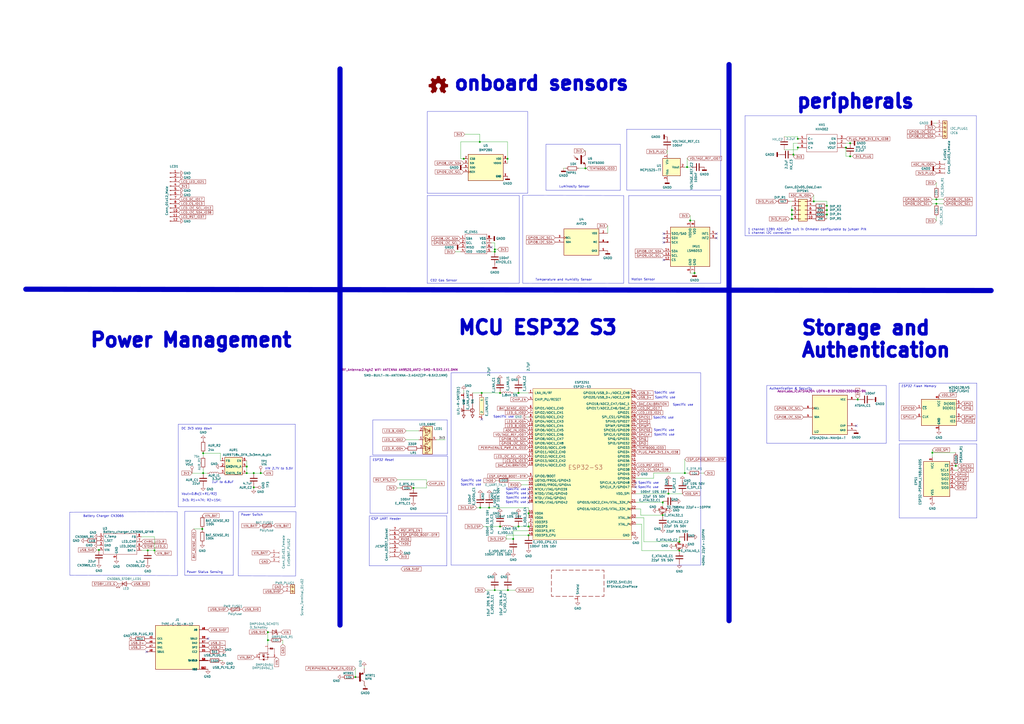
<source format=kicad_sch>
(kicad_sch (version 20230121) (generator eeschema)
  (paper "A2")
  (title_block (title "Smart DAQ Device 1Ch 12Bit ADC / I2C ") (date "2022-10-28") (rev "11-2022") (company "AeonLabs (https://github.com/aeonSolutions)"))
  (lib_symbols
    (symbol "AeonLabs_Sensors:BMP280" (pin_names (offset 1.016))
      (property "Reference" "U" (at -10.1796 7.6347 0))
      (property "Value" "BMP280" (at -10.1693 -10.1693 0))
      (symbol "BMP280_0_0"
        (pin power_in line (at 12.7 -5.08 180) (length 2.54) (name "GND") (number "1"))
        (pin input line (at -12.7 5.08 0) (length 2.54) (name "CSB") (number "2"))
        (pin bidirectional line (at -12.7 2.54 0) (length 2.54) (name "SDI") (number "3"))
        (pin input clock (at -12.7 -2.54 0) (length 2.54) (name "SCK") (number "4"))
        (pin bidirectional line (at -12.7 0 0) (length 2.54) (name "SDO") (number "5"))
        (pin power_in line (at 12.7 2.54 180) (length 2.54) (name "VDDIO") (number "6"))
        (pin power_in line (at 12.7 -5.08 180) (length 2.54) (name "GND") (number "7"))
        (pin power_in line (at 12.7 5.08 180) (length 2.54) (name "VDD") (number "8"))
      )
    )
    (symbol "AeonLabs_Sensors:ENS160_Gas_Sensor"
      (property "Reference" "IC_ENS" (at -3.81 6.35 0))
      (symbol "ENS160_Gas_Sensor_1_1"
        (pin bidirectional line (at -8.89 2.54 0) (length 2.54) (name "SDA") (number "1"))
        (pin input line (at -8.89 0 0) (length 2.54) (name "SCL") (number "2"))
        (pin bidirectional line (at -8.89 -2.54 0) (length 2.54) (name "MISO") (number "3"))
        (pin power_in line (at -8.89 -5.08 0) (length 2.54) (name "VDD") (number "4"))
        (pin power_in line (at 8.89 -5.08 180) (length 2.54) (name "VDDIO") (number "5"))
        (pin output line (at 8.89 -2.54 180) (length 2.54) (name "INT") (number "6"))
        (pin input line (at 8.89 0 180) (length 2.54) (name "CS") (number "7"))
        (pin power_out line (at 8.89 2.54 180) (length 2.54) (name "VSS") (number "8"))
        (pin power_out line (at 8.89 2.54 180) (length 2.54) (name "VSS") (number "9"))
      )
    )
    (symbol "Battery_Management:Battery_charger_CN3065_QFN8"
      (property "Reference" "U" (at 0 10.16 0))
      (property "Value" "Battery_charger_CN3065_QFN8" (at 1.27 8.89 0))
      (symbol "Battery_charger_CN3065_QFN8_1_1"
        (pin input line (at -12.0396 4.064 0) (length 2.54) (name "V_Temp") (number "1"))
        (pin input line (at -12.0904 1.6256 0) (length 2.54) (name "I_SET") (number "2"))
        (pin output line (at -12.0904 -1.0668 0) (length 2.54) (name "GND") (number "3"))
        (pin input line (at -12.0396 -3.7592 0) (length 2.54) (name "VIN") (number "4"))
        (pin output line (at 12.5984 -4.0132 180) (length 2.54) (name "BAT+") (number "5"))
        (pin output line (at 12.6492 -1.5748 180) (length 2.54) (name "LED_DONE") (number "6"))
        (pin output line (at 12.6492 1.1176 180) (length 2.54) (name "LED_CHR") (number "7"))
        (pin input line (at 12.5984 3.81 180) (length 2.54) (name "FB") (number "8"))
        (pin output line (at -1.8288 -8.9408 90) (length 2.54) (name "GND") (number "9"))
      )
    )
    (symbol "Connector:Conn_01x03_Female" (pin_names (offset 1.016) hide)
      (property "Reference" "J" (at 0 5.08 0))
      (property "Value" "Conn_01x03_Female" (at 0 -5.08 0))
      (symbol "Conn_01x03_Female_1_1"
        (pin passive line (at -5.08 2.54 0) (length 3.81) (name "Pin_1") (number "1"))
        (pin passive line (at -5.08 0 0) (length 3.81) (name "Pin_2") (number "2"))
        (pin passive line (at -5.08 -2.54 0) (length 3.81) (name "Pin_3") (number "3"))
      )
    )
    (symbol "Connector:Conn_01x07_Socket" (pin_names (offset 1.016) hide)
      (property "Reference" "J" (at 0 10.16 0))
      (property "Value" "Conn_01x07_Socket" (at 0 -10.16 0))
      (symbol "Conn_01x07_Socket_1_1"
        (pin passive line (at -5.08 7.62 0) (length 3.81) (name "Pin_1") (number "1"))
        (pin passive line (at -5.08 5.08 0) (length 3.81) (name "Pin_2") (number "2"))
        (pin passive line (at -5.08 2.54 0) (length 3.81) (name "Pin_3") (number "3"))
        (pin passive line (at -5.08 0 0) (length 3.81) (name "Pin_4") (number "4"))
        (pin passive line (at -5.08 -2.54 0) (length 3.81) (name "Pin_5") (number "5"))
        (pin passive line (at -5.08 -5.08 0) (length 3.81) (name "Pin_6") (number "6"))
        (pin passive line (at -5.08 -7.62 0) (length 3.81) (name "Pin_7") (number "7"))
      )
    )
    (symbol "Connector:Conn_01x12_Male" (pin_names (offset 1.016) hide)
      (property "Reference" "J" (at 0 15.24 0))
      (property "Value" "Conn_01x12_Male" (at 0 -17.78 0))
      (symbol "Conn_01x12_Male_1_1"
        (pin passive line (at 5.08 12.7 180) (length 3.81) (name "Pin_1") (number "1"))
        (pin passive line (at 5.08 -10.16 180) (length 3.81) (name "Pin_10") (number "10"))
        (pin passive line (at 5.08 -12.7 180) (length 3.81) (name "Pin_11") (number "11"))
        (pin passive line (at 5.08 -15.24 180) (length 3.81) (name "Pin_12") (number "12"))
        (pin passive line (at 5.08 10.16 180) (length 3.81) (name "Pin_2") (number "2"))
        (pin passive line (at 5.08 7.62 180) (length 3.81) (name "Pin_3") (number "3"))
        (pin passive line (at 5.08 5.08 180) (length 3.81) (name "Pin_4") (number "4"))
        (pin passive line (at 5.08 2.54 180) (length 3.81) (name "Pin_5") (number "5"))
        (pin passive line (at 5.08 0 180) (length 3.81) (name "Pin_6") (number "6"))
        (pin passive line (at 5.08 -2.54 180) (length 3.81) (name "Pin_7") (number "7"))
        (pin passive line (at 5.08 -5.08 180) (length 3.81) (name "Pin_8") (number "8"))
        (pin passive line (at 5.08 -7.62 180) (length 3.81) (name "Pin_9") (number "9"))
      )
    )
    (symbol "Connector:Screw_Terminal_01x02" (pin_names (offset 1.016) hide)
      (property "Reference" "J" (at 0 2.54 0))
      (property "Value" "Screw_Terminal_01x02" (at 0 -5.08 0))
      (symbol "Screw_Terminal_01x02_1_1"
        (pin passive line (at -5.08 0 0) (length 3.81) (name "Pin_1") (number "1"))
        (pin passive line (at -5.08 -2.54 0) (length 3.81) (name "Pin_2") (number "2"))
      )
    )
    (symbol "Connector:Screw_Terminal_01x04" (pin_names (offset 1.016) hide)
      (property "Reference" "J" (at 0 5.08 0))
      (property "Value" "Screw_Terminal_01x04" (at 0 -7.62 0))
      (symbol "Screw_Terminal_01x04_1_1"
        (pin passive line (at -5.08 2.54 0) (length 3.81) (name "Pin_1") (number "1"))
        (pin passive line (at -5.08 0 0) (length 3.81) (name "Pin_2") (number "2"))
        (pin passive line (at -5.08 -2.54 0) (length 3.81) (name "Pin_3") (number "3"))
        (pin passive line (at -5.08 -5.08 0) (length 3.81) (name "Pin_4") (number "4"))
      )
    )
    (symbol "Connector:TestPoint" (pin_numbers hide) (pin_names (offset 0.762) hide)
      (property "Reference" "TP" (at 0 6.858 0))
      (property "Value" "TestPoint" (at 0 5.08 0))
      (symbol "TestPoint_1_1"
        (pin passive line (at 0 0 90) (length 2.54) (name "1") (number "1"))
      )
    )
    (symbol "Connector_Generic:Conn_02x05_Odd_Even" (pin_names (offset 1.016) hide)
      (property "Reference" "J" (at 1.27 7.62 0))
      (property "Value" "Conn_02x05_Odd_Even" (at 1.27 -7.62 0))
      (symbol "Conn_02x05_Odd_Even_1_1"
        (pin passive line (at -5.08 5.08 0) (length 3.81) (name "Pin_1") (number "1"))
        (pin passive line (at 7.62 -5.08 180) (length 3.81) (name "Pin_10") (number "10"))
        (pin passive line (at 7.62 5.08 180) (length 3.81) (name "Pin_2") (number "2"))
        (pin passive line (at -5.08 2.54 0) (length 3.81) (name "Pin_3") (number "3"))
        (pin passive line (at 7.62 2.54 180) (length 3.81) (name "Pin_4") (number "4"))
        (pin passive line (at -5.08 0 0) (length 3.81) (name "Pin_5") (number "5"))
        (pin passive line (at 7.62 0 180) (length 3.81) (name "Pin_6") (number "6"))
        (pin passive line (at -5.08 -2.54 0) (length 3.81) (name "Pin_7") (number "7"))
        (pin passive line (at 7.62 -2.54 180) (length 3.81) (name "Pin_8") (number "8"))
        (pin passive line (at -5.08 -5.08 0) (length 3.81) (name "Pin_9") (number "9"))
      )
    )
    (symbol "Device:ATSHA204A-MAHDA-T" (pin_names (offset 1.016))
      (property "Reference" "U" (at -9.906 7.62 0))
      (property "Value" "ATSHA204A-MAHDA-T" (at -10.1854 -15.2654 0))
      (property "Footprint" "Package_SO:ATSHA204A Auth SOIC8" (at -7.112 14.478 0))
      (symbol "ATSHA204A-MAHDA-T_0_0"
        (pin power_in line (at 15.24 -10.16 180) (length 5.08) (name "GND") (number "4"))
        (pin bidirectional line (at -15.24 -2.54 0) (length 5.08) (name "SDA") (number "5"))
        (pin input clock (at -15.24 2.54 0) (length 5.08) (name "SCL") (number "6"))
        (pin power_in line (at 15.24 7.62 180) (length 5.08) (name "VCC") (number "8"))
        (pin power_in line (at 15.24 -7.62 180) (length 5.08) (name "EXP") (number "9"))
      )
    )
    (symbol "Device:C" (pin_numbers hide) (pin_names (offset 0.254))
      (property "Reference" "C" (at 0.635 2.54 0))
      (property "Value" "C" (at 0.635 -2.54 0))
      (symbol "C_1_1"
        (pin passive line (at 0 3.81 270) (length 2.794) (name "~") (number "1"))
        (pin passive line (at 0 -3.81 90) (length 2.794) (name "~") (number "2"))
      )
    )
    (symbol "Device:Crystal_GND24_Small" (pin_names (offset 1.016) hide)
      (property "Reference" "Y" (at 1.27 4.445 0))
      (property "Value" "Crystal_GND24_Small" (at 1.27 2.54 0))
      (symbol "Crystal_GND24_Small_1_1"
        (pin passive line (at -2.54 0 0) (length 1.27) (name "1") (number "1"))
        (pin passive line (at 0 -2.54 90) (length 0.635) (name "2") (number "2"))
        (pin passive line (at 2.54 0 180) (length 1.27) (name "3") (number "3"))
        (pin passive line (at 0 2.54 270) (length 0.635) (name "4") (number "4"))
      )
    )
    (symbol "Device:D_Schottky" (pin_numbers hide) (pin_names (offset 1.016) hide)
      (property "Reference" "D" (at 0 2.54 0))
      (property "Value" "D_Schottky" (at 0 -2.54 0))
      (symbol "D_Schottky_1_1"
        (pin passive line (at -3.81 0 0) (length 2.54) (name "K") (number "1"))
        (pin passive line (at 3.81 0 180) (length 2.54) (name "A") (number "2"))
      )
    )
    (symbol "Device:L" (pin_numbers hide) (pin_names (offset 1.016) hide)
      (property "Reference" "L" (at -1.27 0 90))
      (property "Value" "L" (at 1.905 0 90))
      (symbol "L_1_1"
        (pin passive line (at 0 3.81 270) (length 1.27) (name "1") (number "1"))
        (pin passive line (at 0 -3.81 90) (length 1.27) (name "2") (number "2"))
      )
    )
    (symbol "Device:LED" (pin_numbers hide) (pin_names (offset 1.016) hide)
      (property "Reference" "D" (at 0 2.54 0))
      (property "Value" "LED" (at 0 -2.54 0))
      (symbol "LED_1_1"
        (pin passive line (at -3.81 0 0) (length 2.54) (name "K") (number "1"))
        (pin passive line (at 3.81 0 180) (length 2.54) (name "A") (number "2"))
      )
    )
    (symbol "Device:LED_GBRC" (pin_names (offset 0) hide)
      (property "Reference" "D" (at 0 9.398 0))
      (property "Value" "Device_LED_GBRC" (at 0 -8.89 0))
      (symbol "LED_GBRC_0_0"
        (text "B" (at 1.905 -6.35 0) (effects (font (size 1.27 1.27))))
        (text "G" (at 1.905 -1.27 0) (effects (font (size 1.27 1.27))))
        (text "R" (at 1.905 3.81 0) (effects (font (size 1.27 1.27))))
      )
      (symbol "LED_GBRC_1_1"
        (pin passive line (at 5.08 0 180) (length 2.54) (name "GA") (number "1"))
        (pin passive line (at 5.08 -5.08 180) (length 2.54) (name "BA") (number "2"))
        (pin passive line (at 5.08 5.08 180) (length 2.54) (name "RA") (number "3"))
        (pin passive line (at -5.08 0 0) (length 2.54) (name "K") (number "4"))
      )
    )
    (symbol "Device:Polyfuse" (pin_numbers hide) (pin_names (offset 0))
      (property "Reference" "F" (at -2.54 0 90))
      (property "Value" "Polyfuse" (at 2.54 0 90))
      (symbol "Polyfuse_1_1"
        (pin passive line (at 0 3.81 270) (length 1.27) (name "~") (number "1"))
        (pin passive line (at 0 -3.81 90) (length 1.27) (name "~") (number "2"))
      )
    )
    (symbol "Device:R" (pin_numbers hide) (pin_names (offset 0))
      (property "Reference" "R" (at 2.032 0 90))
      (property "Value" "R" (at 0 0 90))
      (symbol "R_1_1"
        (pin passive line (at 0 3.81 270) (length 1.27) (name "~") (number "1"))
        (pin passive line (at 0 -3.81 90) (length 1.27) (name "~") (number "2"))
      )
    )
    (symbol "Device:RFShield_OnePiece" (pin_names (offset 1.016))
      (property "Reference" "J" (at 0 5.08 0))
      (property "Value" "RFShield_OnePiece" (at 0 2.54 0))
      (symbol "RFShield_OnePiece_1_1"
        (pin passive line (at 0 -10.16 90) (length 2.54) (name "Shield") (number "1"))
      )
    )
    (symbol "Device:SMD-BUILT-IN-ANTENNA-2.4GHZ(2P-9.5X2.1MM)" (pin_names (offset 1.016))
      (property "Reference" "ANT" (at -2.54 1.905 0))
      (property "Value" "SMD-BUILT-IN-ANTENNA-2.4GHZ(2P-9.5X2.1MM)" (at -15.24 8.89 0))
      (property "Footprint" "RF_Antenna:AN9520_ANT2-SMD-9.5X2.1X1.0MM" (at -7.62 5.08 0))
      (symbol "SMD-BUILT-IN-ANTENNA-2.4GHZ(2P-9.5X2.1MM)_0_0"
        (pin bidirectional line (at -7.62 0 0) (length 2.54) (name "1") (number "1"))
        (pin bidirectional line (at 7.62 0 180) (length 2.54) (name "2") (number "2"))
      )
    )
    (symbol "Espressif:ESP32-S3" (pin_names (offset 1.016))
      (property "Reference" "U" (at 0 46.99 0))
      (property "Value" "ESP32-S3" (at 0 -43.18 0))
      (symbol "ESP32-S3_0_0"
        (text "ESP32-S3" (at 1.27 0 0) (effects (font (size 2.54 2.54))))
        (pin bidirectional line (at 30.48 -8.89 180) (length 2.54) (name "SPICLK_N/GPIO48") (number "36"))
        (pin bidirectional line (at 30.48 -11.43 180) (length 2.54) (name "SPICLK_P/GPIO47") (number "37"))
      )
      (symbol "ESP32-S3_1_1"
        (pin bidirectional line (at -31.75 43.18 0) (length 2.54) (name "LNA_IN/RF") (number "1"))
        (pin bidirectional line (at -31.75 24.13 0) (length 2.54) (name "GPIO5/ADC1_CH4") (number "10"))
        (pin bidirectional line (at -31.75 21.59 0) (length 2.54) (name "GPIO6/ADC1_CH5") (number "11"))
        (pin bidirectional line (at -31.75 19.05 0) (length 2.54) (name "GPIO7/ADC1_CH6") (number "12"))
        (pin bidirectional line (at -31.75 16.51 0) (length 2.54) (name "GPIO8/ADC1_CH7") (number "13"))
        (pin bidirectional line (at -31.75 13.97 0) (length 2.54) (name "GPIO9/ADC1_CH8") (number "14"))
        (pin bidirectional line (at -31.75 11.43 0) (length 2.54) (name "GPIO10/ADC1_CH9") (number "15"))
        (pin bidirectional line (at -31.75 8.89 0) (length 2.54) (name "GPIO11/ADC2_CH0") (number "16"))
        (pin bidirectional line (at -31.75 6.35 0) (length 2.54) (name "GPIO12/ADC2_CH1") (number "17"))
        (pin bidirectional line (at -31.75 3.81 0) (length 2.54) (name "GPIO13/ADC2_CH2") (number "18"))
        (pin bidirectional line (at -31.75 1.27 0) (length 2.54) (name "GPIO14/ADC2_CH3") (number "19"))
        (pin power_in line (at -31.75 -31.75 0) (length 2.54) (name "VDD3P3") (number "2"))
        (pin power_in line (at -31.75 -36.83 0) (length 2.54) (name "VDD3P3_RTC") (number "20"))
        (pin input clock (at 30.48 -20.32 180) (length 2.54) (name "GPIO15/ADC2_CH4/XTAL_32K_P") (number "21"))
        (pin output clock (at 30.48 -24.13 180) (length 2.54) (name "GPIO16/ADC2_CH5/XTAL_32K_N") (number "22"))
        (pin bidirectional line (at 30.48 34.29 180) (length 2.54) (name "GPIO17/ADC2_CH6/DAC_2") (number "23"))
        (pin bidirectional line (at 30.48 36.83 180) (length 2.54) (name "GPIO18/ADC2_CH7/DAC_1") (number "24"))
        (pin bidirectional line (at 30.48 43.18 180) (length 2.54) (name "GPIO19/USB_D-/ADC2_CH8") (number "25"))
        (pin bidirectional line (at 30.48 40.64 180) (length 2.54) (name "GPIO20/USB_D+/ADC2_CH9") (number "26"))
        (pin bidirectional line (at 30.48 31.75 180) (length 2.54) (name "GPIO21") (number "27"))
        (pin bidirectional line (at 30.48 29.21 180) (length 2.54) (name "SPI_CS1/GPIO26") (number "28"))
        (pin power_out line (at 30.48 -15.24 180) (length 2.54) (name "VDD_SPI") (number "29"))
        (pin power_in line (at -31.75 -34.29 0) (length 2.54) (name "VDD3P3") (number "3"))
        (pin bidirectional line (at 30.48 26.67 180) (length 2.54) (name "SPIHD/GPIO27") (number "30"))
        (pin bidirectional line (at 30.48 24.13 180) (length 2.54) (name "SPIWP/GPIO28") (number "31"))
        (pin bidirectional line (at 30.48 21.59 180) (length 2.54) (name "SPICS0/GPIO29") (number "32"))
        (pin bidirectional line (at 30.48 19.05 180) (length 2.54) (name "SPICLK/GPIO30") (number "33"))
        (pin bidirectional line (at 30.48 16.51 180) (length 2.54) (name "SPIQ/GPIO31") (number "34"))
        (pin bidirectional line (at 30.48 13.97 180) (length 2.54) (name "SPID/GPIO32") (number "35"))
        (pin bidirectional line (at 30.48 11.43 180) (length 2.54) (name "GPIO33") (number "38"))
        (pin bidirectional line (at 30.48 8.89 180) (length 2.54) (name "GPIO34") (number "39"))
        (pin input line (at -31.75 39.37 0) (length 2.54) (name "CHIP_PU/RESET") (number "4"))
        (pin bidirectional line (at 30.48 6.35 180) (length 2.54) (name "GPIO35") (number "40"))
        (pin bidirectional line (at 30.48 3.81 180) (length 2.54) (name "GPIO36") (number "41"))
        (pin bidirectional line (at 30.48 1.27 180) (length 2.54) (name "GPIO37") (number "42"))
        (pin bidirectional line (at 30.48 -1.27 180) (length 2.54) (name "GPIO38") (number "43"))
        (pin bidirectional line (at -31.75 -12.7 0) (length 2.54) (name "MTCK/JTAG/GPIO39") (number "44"))
        (pin bidirectional line (at -31.75 -15.24 0) (length 2.54) (name "MTDO/JTAG/GPIO40") (number "45"))
        (pin power_in line (at -31.75 -39.37 0) (length 2.54) (name "VDD3P3_CPU") (number "46"))
        (pin bidirectional line (at -31.75 -17.78 0) (length 2.54) (name "MTDI/JTAG/GPIO41") (number "47"))
        (pin bidirectional line (at -31.75 -20.32 0) (length 2.54) (name "MTMS/JTAG/GPIO42") (number "48"))
        (pin bidirectional line (at -31.75 -7.62 0) (length 2.54) (name "U0TXD/PROG/GPIO43") (number "49"))
        (pin bidirectional line (at -31.75 -5.08 0) (length 2.54) (name "GPIO0/BOOT") (number "5"))
        (pin bidirectional line (at -31.75 -10.16 0) (length 2.54) (name "U0RXD/PROG/GPIO44") (number "50"))
        (pin bidirectional line (at 30.48 -3.81 180) (length 2.54) (name "GPIO45") (number "51"))
        (pin bidirectional line (at 30.48 -6.35 180) (length 2.54) (name "GPIO46") (number "52"))
        (pin input clock (at 30.48 -29.21 180) (length 2.54) (name "XTAL_N") (number "53"))
        (pin output clock (at 30.48 -33.02 180) (length 2.54) (name "XTAL_P") (number "54"))
        (pin power_in line (at -31.75 -26.67 0) (length 2.54) (name "VDDA") (number "55"))
        (pin power_in line (at -31.75 -29.21 0) (length 2.54) (name "VDDA") (number "56"))
        (pin power_in line (at 30.48 -39.37 180) (length 2.54) (name "GND") (number "57"))
        (pin bidirectional line (at -31.75 34.29 0) (length 2.54) (name "GPIO1/ADC1_CH0") (number "6"))
        (pin bidirectional line (at -31.75 31.75 0) (length 2.54) (name "GPIO2/ADC1_CH1") (number "7"))
        (pin bidirectional line (at -31.75 29.21 0) (length 2.54) (name "GPIO3/ADC1_CH2") (number "8"))
        (pin bidirectional line (at -31.75 26.67 0) (length 2.54) (name "GPIO4/ADC1_CH3") (number "9"))
      )
    )
    (symbol "Graphic:Logo_Open_Hardware_Small" (pin_names (offset 1.016)))
    (symbol "HX4002_1" (pin_names (offset 0.762))
      (property "Reference" "IC" (at 24.13 7.62 0))
      (property "Value" "HX4002_1" (at 24.13 5.08 0))
      (symbol "HX4002_1_0_0"
        (pin passive line (at 0 0 0) (length 5.08) (name "VOUT") (number "1"))
        (pin passive line (at 0 -2.54 0) (length 5.08) (name "GND") (number "2"))
        (pin passive line (at 0 -5.08 0) (length 5.08) (name "EN") (number "3"))
        (pin passive line (at 27.94 -5.08 180) (length 5.08) (name "C-") (number "4"))
        (pin passive line (at 27.94 -2.54 180) (length 5.08) (name "VIN") (number "5"))
        (pin passive line (at 27.94 0 180) (length 5.08) (name "C+") (number "6"))
      )
    )
    (symbol "Interface_USB:TYPE-C-31-M-12" (pin_names (offset 1.016))
      (property "Reference" "J1" (at 0 16.0274 0))
      (property "Value" "TYPE-C-31-M-12" (at 0 13.4874 0))
      (symbol "TYPE-C-31-M-12_0_0"
        (pin bidirectional line (at -17.78 5.08 0) (length 5.08) (name "CC1") (number "A5"))
        (pin bidirectional line (at -17.78 2.54 0) (length 5.08) (name "DP1") (number "A6"))
        (pin bidirectional line (at -17.78 0 0) (length 5.08) (name "DN1") (number "A7"))
        (pin bidirectional line (at -17.78 -2.54 0) (length 5.08) (name "SBU1") (number "A8"))
        (pin power_in line (at 17.78 -12.7 180) (length 5.08) (name "B1") (number "B1"))
        (pin bidirectional line (at 17.78 -2.54 180) (length 5.08) (name "CC2") (number "B5"))
        (pin bidirectional line (at 17.78 0 180) (length 5.08) (name "DP2") (number "B6"))
        (pin bidirectional line (at 17.78 2.54 180) (length 5.08) (name "DN2") (number "B7"))
        (pin bidirectional line (at 17.78 5.08 180) (length 5.08) (name "SBU2") (number "B8"))
        (pin passive line (at 17.78 -7.62 180) (length 5.08) (name "SHIELD") (number "S1"))
        (pin passive line (at 17.78 -7.62 180) (length 5.08) (name "SHIELD") (number "S2"))
        (pin passive line (at 17.78 -7.62 180) (length 5.08) (name "SHIELD") (number "S3"))
        (pin passive line (at 17.78 -7.62 180) (length 5.08) (name "SHIELD") (number "S4"))
      )
      (symbol "TYPE-C-31-M-12_1_0"
        (pin power_in line (at 17.78 10.16 180) (length 5.08) (name "A4") (number "A4"))
        (pin power_in line (at 17.78 10.16 180) (length 5.08) (name "A9") (number "A9"))
        (pin power_in line (at 17.78 -12.7 180) (length 5.08) (name "B12") (number "B12"))
      )
    )
    (symbol "MMBT2907A:MMBT2907A" (pin_numbers hide) (pin_names (offset 1.016) hide)
      (property "Reference" "Q" (at -10.1854 5.1054 0))
      (property "Value" "MMBT2907A_MMBT2907A" (at -10.16 -7.62 0))
      (symbol "MMBT2907A_0_0"
        (pin passive line (at -2.54 0 0) (length 2.54) (name "~") (number "1"))
        (pin passive line (at 2.54 5.08 270) (length 2.54) (name "~") (number "2"))
        (pin passive line (at 2.54 -5.08 90) (length 2.54) (name "~") (number "3"))
      )
    )
    (symbol "Memory_Flash:SPI_Flash_W25Q128JVS"
      (property "Reference" "ESP_FLASH1" (at -12.7 11.43 0))
      (property "Value" "W25Q128JVS" (at -14.478 9.398 0))
      (symbol "SPI_Flash_W25Q128JVS_1_1"
        (pin input line (at -12.7 2.54 0) (length 2.54) (name "~{CS}") (number "1"))
        (pin bidirectional line (at 12.7 2.54 180) (length 2.54) (name "DO(IO1)") (number "2"))
        (pin bidirectional line (at 12.7 -2.54 180) (length 2.54) (name "IO2") (number "3"))
        (pin power_in line (at 0 -10.16 90) (length 2.54) (name "GND") (number "4"))
        (pin bidirectional line (at 12.7 5.08 180) (length 2.54) (name "DI(IO0)") (number "5"))
        (pin input line (at -12.7 -2.54 0) (length 2.54) (name "CLK") (number "6"))
        (pin bidirectional line (at 12.7 -5.08 180) (length 2.54) (name "IO3") (number "7"))
        (pin power_in line (at 0 10.16 270) (length 2.54) (name "VCC") (number "8"))
        (pin power_in line (at 0 -10.16 90) (length 2.54) (name "GND") (number "9"))
      )
    )
    (symbol "Memory_RAM:ESP32-PSRAM_LY68L6400S"
      (property "Reference" "EPS" (at -5.08 0.508 0))
      (property "Value" "ESP32-PSRAM_LY68L6400S" (at -12.192 23.368 0))
      (symbol "ESP32-PSRAM_LY68L6400S_1_1"
        (pin input line (at 10.16 7.62 180) (length 2.54) (name "~{CE}") (number "1"))
        (pin input line (at 10.16 -2.54 180) (length 2.54) (name "SIO1") (number "2"))
        (pin bidirectional line (at 10.16 0 180) (length 2.54) (name "SIO2") (number "3"))
        (pin power_in line (at -2.54 -12.7 90) (length 2.54) (name "VSS") (number "4"))
        (pin output line (at 10.16 -5.08 180) (length 2.54) (name "SiO0") (number "5"))
        (pin output line (at 10.16 5.08 180) (length 2.54) (name "SCLK") (number "6"))
        (pin bidirectional line (at 10.16 2.54 180) (length 2.54) (name "SIO3") (number "7"))
        (pin power_in line (at -2.54 12.7 270) (length 2.54) (name "VCC") (number "8"))
      )
    )
    (symbol "Power_Management:ST01S09_AUR9718x_DFN_3x3mm_6_pin"
      (property "Reference" "AU1" (at -2.54 10.033 0))
      (property "Value" "AUR9718x_DFN_3x3mm_6_pin" (at -2.54 7.493 0))
      (symbol "ST01S09_AUR9718x_DFN_3x3mm_6_pin_1_1"
        (pin input line (at -10.16 3.048 0) (length 2.54) (name "FB") (number "1"))
        (pin output line (at -10.16 -0.254 0) (length 2.54) (name "GND") (number "2"))
        (pin bidirectional line (at -10.16 -4.064 0) (length 2.54) (name "SW") (number "3"))
        (pin input line (at 5.08 -4.064 180) (length 2.54) (name "VIN_SW") (number "4"))
        (pin power_out line (at 5.08 -0.254 180) (length 2.54) (name "VIN_A") (number "5"))
        (pin power_in line (at 5.08 3.048 180) (length 2.54) (name "EN") (number "6"))
        (pin output line (at -10.16 -0.254 0) (length 2.54) (name "GND") (number "7"))
      )
    )
    (symbol "RF:U.FL-R-SMT(01)" (pin_names (offset 1.016))
      (property "Reference" "J" (at -3.81 4.064 0))
      (property "Value" "U.FL-R-SMT(01)" (at -4.318 -5.588 0))
      (symbol "U.FL-R-SMT(01)_0_0"
        (pin passive line (at -10.16 -2.54 0) (length 2.54) (name "GND") (number "1"))
        (pin passive line (at -10.16 -2.54 0) (length 2.54) (name "GND") (number "2"))
        (pin passive line (at -10.16 2.54 0) (length 2.54) (name "SIG") (number "3"))
      )
    )
    (symbol "Reference_Voltage:MCP1525-TT"
      (property "Reference" "U" (at 1.27 8.255 0))
      (property "Value" "MCP1525-TT" (at 1.27 6.35 0))
      (symbol "MCP1525-TT_1_1"
        (pin power_in line (at 0 7.62 270) (length 2.54) (name "Vin") (number "1"))
        (pin power_out line (at 10.16 0 180) (length 2.54) (name "Vout") (number "2"))
        (pin power_in line (at 0 -7.62 90) (length 2.54) (name "Vss") (number "3"))
      )
    )
    (symbol "Sensor:AHT20" (pin_names (offset 1.016))
      (property "Reference" "U" (at -10.16 8.509 0))
      (property "Value" "AHT20" (at -10.16 -10.16 0))
      (symbol "AHT20_0_0"
        (pin no_connect line (at 15.24 0 180) (length 5.08) (name "NC") (number "1"))
        (pin power_in line (at 15.24 5.08 180) (length 5.08) (name "VDD") (number "2"))
        (pin input clock (at -15.24 2.54 0) (length 5.08) (name "SCL") (number "3"))
        (pin bidirectional line (at -15.24 0 0) (length 5.08) (name "SDA") (number "4"))
        (pin power_in line (at 15.24 -5.08 180) (length 5.08) (name "GND") (number "5"))
        (pin no_connect line (at 15.24 0 180) (length 5.08) (name "NC") (number "6"))
      )
    )
    (symbol "Sensor_Motion:LSM6DS3"
      (property "Reference" "U" (at -11.43 15.24 0))
      (property "Value" "LSM6DS3" (at -11.43 12.7 0))
      (symbol "LSM6DS3_1_1"
        (pin bidirectional line (at -15.24 7.62 0) (length 3.81) (name "SDO/SA0") (number "1"))
        (pin no_connect line (at 10.16 -5.08 180) (length 3.81) hide (name "NC") (number "10"))
        (pin no_connect line (at 10.16 -2.54 180) (length 3.81) hide (name "NC") (number "11"))
        (pin input line (at -15.24 -7.62 0) (length 3.81) (name "CS") (number "12"))
        (pin input line (at -15.24 -5.08 0) (length 3.81) (name "SCL") (number "13"))
        (pin bidirectional line (at -15.24 -2.54 0) (length 3.81) (name "SDA") (number "14"))
        (pin bidirectional line (at -15.24 5.08 0) (length 3.81) (name "SDX") (number "2"))
        (pin input line (at -15.24 2.54 0) (length 3.81) (name "SCX") (number "3"))
        (pin output line (at 15.24 7.62 180) (length 3.81) (name "INT1") (number "4"))
        (pin power_in line (at 0 15.24 270) (length 3.81) (name "VDDIO") (number "5"))
        (pin power_in line (at 0 -15.24 90) (length 3.81) (name "GND") (number "6"))
        (pin power_in line (at 2.54 -15.24 90) (length 3.81) (name "GND") (number "7"))
        (pin power_in line (at 2.54 15.24 270) (length 3.81) (name "VDD") (number "8"))
        (pin output line (at 15.24 5.08 180) (length 3.81) (name "INT2") (number "9"))
      )
    )
    (symbol "TEMT6000_1" (pin_numbers hide) (pin_names (offset 1.016) hide)
      (property "Reference" "U" (at 5.08 2.54 0))
      (property "Value" "TEMT6000" (at 5.08 -5.08 0))
      (symbol "TEMT6000_1_0_0"
        (pin passive line (at 2.54 5.08 270) (length 2.54) (name "~") (number "COLLECTOR"))
        (pin passive line (at 2.54 -5.08 90) (length 2.54) (name "~") (number "EMITTER"))
      )
    )
    (symbol "Transistor_FET:DMP1045U" (pin_names (offset 1.016))
      (property "Reference" "Q" (at -10.16 7.62 0))
      (property "Value" "DMP1045U" (at -10.16 -7.62 0))
      (symbol "DMP1045U_0_0"
        (pin passive line (at -5.08 2.54 0) (length 2.54) (name "~") (number "1"))
        (pin passive line (at 2.54 7.62 270) (length 2.54) (name "~") (number "2"))
        (pin passive line (at 2.54 -5.08 90) (length 2.54) (name "~") (number "3"))
      )
    )
    (symbol "power:GND" (power) (pin_names (offset 0))
      (property "Value" "GND" (at 0 -3.81 0))
      (symbol "GND_1_1"
        (pin power_in line (at 0 0 270) (length 0) hide (name "GND") (number "1"))
      )
    )
    (symbol "power:GNDD" (power) (pin_names (offset 0))
      (property "Value" "GNDD" (at 0 -3.175 0))
      (symbol "GNDD_1_1"
        (pin power_in line (at 0 0 270) (length 0) hide (name "GNDD") (number "1"))
      )
    )
  )
  (junction (at 459.359 126.9746))
  (junction (at 294.6146 342.3158))
  (junction (at 279.4254 227.9396))
  (junction (at 387.7564 286.3596))
  (junction (at 287.02 145.9992))
  (junction (at 384.4544 291.4396))
  (junction (at 283.7434 294.4876))
  (junction (at 306.6034 305.4096))
  (junction (at 339.5726 97.663))
  (junction (at 397.256 274.4216))
  (junction (at 155.3972 366.7252))
  (junction (at 479.679 121.8946))
  (junction (at 540.8422 262.6106))
  (junction (at 294.4114 92.1004))
  (junction (at 286.9946 342.3158))
  (junction (at 117.348 306.832))
  (junction (at 490.728 85.598))
  (junction (at 459.359 121.8946))
  (junction (at 462.788 80.518))
  (junction (at 460.248 89.662))
  (junction (at 306.6034 297.7896))
  (junction (at 155.3972 371.348))
  (junction (at 398.5768 96.9264))
  (junction (at 287.02 144.6784))
  (junction (at 206.1718 392.7602))
  (junction (at 290.0934 227.9396))
  (junction (at 147.193 282.702))
  (junction (at 117.856 262.89))
  (junction (at 543.179 118.1862))
  (junction (at 493.1664 83.058))
  (junction (at 89.6366 319.278))
  (junction (at 394.1064 319.3796))
  (junction (at 493.1664 90.678))
  (junction (at 269.0114 92.1004))
  (junction (at 497.5352 231.7496))
  (junction (at 554.4312 270.2306))
  (junction (at 384.4544 298.8056))
  (junction (at 278.5618 294.4876))
  (junction (at 306.6034 310.4896))
  (junction (at 151.257 274.447))
  (junction (at 472.059 116.8146))
  (junction (at 543.179 115.6462))
  (junction (at 297.7134 312.6486))
  (junction (at 290.0934 305.4096))
  (junction (at 402.8948 158.3944))
  (junction (at 400.3548 127.9144))
  (junction (at 278.3078 82.3214))
  (junction (at 57.3786 319.024))
  (junction (at 300.7614 305.4096))
  (junction (at 239.8014 283.0576))
  (junction (at 459.359 124.4346))
  (junction (at 143.129 270.637))
  (junction (at 85.6996 319.278))
  (junction (at 394.1064 314.2996))
  (junction (at 462.788 85.598))
  (junction (at 479.679 124.4346))
  (junction (at 479.679 119.3546))
  (junction (at 117.856 274.447))
  (junction (at 147.193 274.447))
  (junction (at 143.129 274.447))
  (junction (at 300.7614 227.9396))
  (no_connect (at 385.1148 138.0744))
  (no_connect (at 368.8334 282.5496))
  (no_connect (at 415.5948 135.5344))
  (no_connect (at 415.5948 138.0744))
  (no_connect (at 306.6034 291.4396))
  (no_connect (at 385.1148 140.6144))
  (no_connect (at 306.6034 286.3596))
  (no_connect (at 306.6034 283.8196))
  (no_connect (at 368.8334 280.0096))
  (no_connect (at 496.6462 246.9896))
  (no_connect (at 85.09 378.079))
  (no_connect (at 284.988 143.4592))
  (no_connect (at 306.6034 288.8996))
  (no_connect (at 385.1148 135.5344))
  (no_connect (at 385.1148 150.7744))
  (no_connect (at 279.4508 243.205))
  (no_connect (at 120.65 370.459))
  (polyline (pts (xy 566.6232 257.5306) (xy 521.6652 257.5306)))
  (wire (pts (xy 460.248 83.058) (xy 460.248 89.662)))
  (wire (pts (xy 274.0914 227.9396) (xy 279.4254 227.9396)))
  (polyline (pts (xy 107.188 296.672) (xy 107.188 333.756)))
  (wire (pts (xy 306.6034 307.9496) (xy 297.7134 307.9496)))
  (polyline (pts (xy 303.2252 164.2618) (xy 303.2252 113.3348)))
  (wire (pts (xy 147.193 274.447) (xy 151.257 274.447)))
  (wire (pts (xy 402.8948 127.9144) (xy 400.3548 127.9144)))
  (wire (pts (xy 397.256 274.4216) (xy 379.1204 274.4216)))
  (polyline (pts (xy 418.0078 113.4364) (xy 418.0078 164.3634)))
  (polyline (pts (xy 259.6134 264.6426) (xy 259.6134 297.7896)))
  (wire (pts (xy 542.7726 73.9394) (xy 543.0266 73.9394)))
  (polyline (pts (xy 514.0452 223.6216) (xy 514.0452 257.1496)))
  (wire (pts (xy 164.084 373.7356) (xy 164.084 371.348)))
  (wire (pts (xy 294.4114 82.3214) (xy 294.4114 92.1004)))
  (wire (pts (xy 269.5956 77.9018) (xy 278.3078 77.9018)))
  (polyline (pts (xy 432.181 67.056) (xy 432.181 136.779)))
  (polyline (pts (xy 363.5248 74.9554) (xy 363.5248 75.0824)))
  (wire (pts (xy 339.0646 87.503) (xy 339.5726 87.503)))
  (wire (pts (xy 472.059 113.284) (xy 472.059 116.8146)))
  (wire (pts (xy 384.4544 290.8046) (xy 384.4544 291.4396)))
  (wire (pts (xy 300.7614 305.4096) (xy 306.6034 305.4096)))
  (wire (pts (xy 462.788 85.598) (xy 462.7626 85.598)))
  (polyline (pts (xy 521.5382 222.2246) (xy 566.6232 222.2246)))
  (wire (pts (xy 306.6034 294.4876) (xy 306.6034 297.7896)))
  (wire (pts (xy 459.359 119.3546) (xy 459.359 121.8946)))
  (wire (pts (xy 460.248 83.058) (xy 462.788 83.058)))
  (wire (pts (xy 82.0166 319.278) (xy 85.6996 319.278)))
  (polyline (pts (xy 247.8278 113.411) (xy 301.1678 113.411)))
  (polyline (pts (xy 432.181 136.779) (xy 566.42 136.779)))
  (polyline (pts (xy 364.6678 164.3634) (xy 364.6678 113.4364)))
  (wire (pts (xy 242.9764 249.9614) (xy 235.4834 249.9614)))
  (wire (pts (xy 371.6274 295.2496) (xy 368.8334 295.2496)))
  (polyline (pts (xy 364.6678 113.4364) (xy 418.0078 113.4364)))
  (wire (pts (xy 281.6606 342.3158) (xy 286.9946 342.3158)))
  (wire (pts (xy 540.8422 262.6106) (xy 540.8422 265.1506)))
  (polyline (pts (xy 40.4876 297.0784) (xy 40.5638 333.7052)))
  (wire (pts (xy 400.9898 96.9264) (xy 398.5768 96.9264)))
  (wire (pts (xy 493.1664 83.058) (xy 493.903 83.058)))
  (polyline (pts (xy 363.5248 110.2614) (xy 418.0078 110.2614)))
  (wire (pts (xy 543.179 118.1862) (xy 547.243 118.1862)))
  (wire (pts (xy 284.988 140.9192) (xy 287.02 140.9192)))
  (wire (pts (xy 458.0382 126.9746) (xy 459.359 126.9746)))
  (polyline (pts (xy 138.43 296.926) (xy 171.704 296.926)))
  (wire (pts (xy 85.6996 319.278) (xy 89.6366 319.278)))
  (wire (pts (xy 117.348 306.832) (xy 117.348 307.467)))
  (polyline (pts (xy 418.0078 75.0824) (xy 363.5248 75.0824)))
  (polyline (pts (xy 303.2252 164.2618) (xy 361.7468 164.3634)))
  (wire (pts (xy 497.5352 231.7496) (xy 498.5004 231.7496)))
  (wire (pts (xy 293.7764 312.6486) (xy 293.7764 310.4896)))
  (polyline (pts (xy 216.3064 263.9314) (xy 259.4864 263.9314)))
  (wire (pts (xy 335.7626 97.663) (xy 339.5726 97.663)))
  (polyline (pts (xy 316.7126 83.693) (xy 359.8926 83.693)))
  (wire (pts (xy 155.3972 366.7252) (xy 155.3972 371.348)))
  (wire (pts (xy 328.1426 97.663) (xy 326.8726 97.663)))
  (polyline (pts (xy 214.2744 328.2442) (xy 259.2324 328.2442)))
  (wire (pts (xy 297.7134 227.9396) (xy 300.7614 227.9396)))
  (wire (pts (xy 297.7134 307.9496) (xy 297.7134 312.6486)))
  (polyline (pts (xy 103.378 294.005) (xy 103.378 246.126)))
  (polyline (pts (xy 422.91 37.465) (xy 422.91 360.045)) (stroke (width 3)))
  (polyline (pts (xy 406.4254 216.2556) (xy 406.4254 327.7616)))
  (wire (pts (xy 206.1718 387.6802) (xy 206.1718 392.7602)))
  (wire (pts (xy 543.179 115.6462) (xy 547.243 115.6462)))
  (wire (pts (xy 278.5618 294.5384) (xy 278.5618 294.4876)))
  (wire (pts (xy 402.8948 158.3944) (xy 400.3548 158.3944)))
  (wire (pts (xy 267.2588 92.1004) (xy 269.0114 92.1004)))
  (wire (pts (xy 554.4312 270.2306) (xy 555.4472 270.2306)))
  (wire (pts (xy 479.679 119.3546) (xy 479.679 121.8946)))
  (wire (pts (xy 267.2588 82.3214) (xy 278.3078 82.3214)))
  (wire (pts (xy 394.1064 311.5056) (xy 394.1064 314.2996)))
  (polyline (pts (xy 247.8278 164.338) (xy 247.8278 113.411)))
  (wire (pts (xy 284.988 145.9992) (xy 287.02 145.9992)))
  (wire (pts (xy 302.4124 281.2796) (xy 306.6034 281.2796)))
  (wire (pts (xy 394.1064 314.2996) (xy 373.5324 314.2996)))
  (polyline (pts (xy 521.6652 257.5306) (xy 521.6652 258.8006)))
  (wire (pts (xy 372.2624 304.1396) (xy 368.8334 304.1396)))
  (polyline (pts (xy 216.3064 243.6114) (xy 216.3064 263.9314)))
  (wire (pts (xy 112.395 306.832) (xy 117.348 306.832)))
  (wire (pts (xy 278.3078 77.9018) (xy 278.3078 82.3214)))
  (wire (pts (xy 278.3078 82.3214) (xy 294.4114 82.3214)))
  (wire (pts (xy 283.7434 294.4876) (xy 278.5618 294.4876)))
  (polyline (pts (xy 359.8926 110.363) (xy 316.7126 110.363)))
  (wire (pts (xy 459.359 124.4346) (xy 459.359 126.9746)))
  (wire (pts (xy 283.7434 294.4876) (xy 306.6034 294.4876)))
  (polyline (pts (xy 214.6554 264.6426) (xy 259.6134 264.6426)))
  (wire (pts (xy 147.193 283.591) (xy 147.193 282.702)))
  (polyline (pts (xy 102.7684 296.8498) (xy 40.4876 297.0784)))
  (wire (pts (xy 384.4544 306.4256) (xy 384.4544 306.2986)))
  (wire (pts (xy 306.6034 297.7896) (xy 306.6034 300.3296)))
  (polyline (pts (xy 135.382 333.756) (xy 107.188 333.756)))
  (wire (pts (xy 211.2518 397.8402) (xy 211.8868 397.8402)))
  (polyline (pts (xy 247.8278 164.338) (xy 301.1678 164.338)))
  (wire (pts (xy 278.5618 294.4368) (xy 278.5618 294.4876)))
  (wire (pts (xy 117.856 262.89) (xy 117.856 264.541)))
  (wire (pts (xy 294.6146 342.3158) (xy 298.9072 342.3158)))
  (wire (pts (xy 462.788 80.518) (xy 462.788 79.248)))
  (polyline (pts (xy 361.7468 113.4364) (xy 361.7468 164.3634)))
  (polyline (pts (xy 138.2522 334.0608) (xy 171.45 334.137)))
  (wire (pts (xy 155.3972 366.6744) (xy 155.3972 366.7252)))
  (wire (pts (xy 155.3972 371.348) (xy 155.3972 373.6848)))
  (polyline (pts (xy 259.4864 243.6114) (xy 216.3064 243.6114)))
  (polyline (pts (xy 359.8926 110.363) (xy 359.8926 83.693)))
  (wire (pts (xy 230.4034 278.3586) (xy 247.4214 278.3586)))
  (polyline (pts (xy 14.986 167.767) (xy 574.929 168.529)) (stroke (width 3)))
  (wire (pts (xy 387.7564 286.3596) (xy 395.8844 286.3596)))
  (wire (pts (xy 372.2624 319.3796) (xy 394.1064 319.3796)))
  (wire (pts (xy 247.4214 283.0576) (xy 239.8014 283.0576)))
  (wire (pts (xy 384.4544 298.8056) (xy 371.6274 298.8056)))
  (wire (pts (xy 151.257 274.447) (xy 152.781 274.447)))
  (wire (pts (xy 462.788 86.868) (xy 454.8632 86.868)))
  (polyline (pts (xy 103.378 246.126) (xy 171.323 246.126)))
  (wire (pts (xy 458.089 116.8146) (xy 459.359 116.8146)))
  (polyline (pts (xy 259.7404 297.6626) (xy 214.6554 297.6626)))
  (wire (pts (xy 373.5324 300.3296) (xy 373.5324 314.2996)))
  (polyline (pts (xy 197.231 40.005) (xy 197.231 362.585)) (stroke (width 3)))
  (wire (pts (xy 143.129 267.335) (xy 143.129 270.637)))
  (wire (pts (xy 247.4214 278.3586) (xy 247.4214 283.0576)))
  (wire (pts (xy 305.7144 241.9096) (xy 306.6034 241.9096)))
  (wire (pts (xy 540.8422 262.6106) (xy 554.4312 262.6106)))
  (wire (pts (xy 460.248 89.662) (xy 460.248 90.932)))
  (wire (pts (xy 267.2588 92.1004) (xy 267.2588 82.3214)))
  (polyline (pts (xy 363.5248 75.0824) (xy 363.5248 110.2614)))
  (wire (pts (xy 462.788 79.248) (xy 454.8632 79.248)))
  (wire (pts (xy 129.2352 383.2098) (xy 129.2352 383.159)))
  (wire (pts (xy 490.728 85.598) (xy 490.7026 85.598)))
  (wire (pts (xy 117.856 262.89) (xy 127.889 262.89)))
  (wire (pts (xy 462.788 85.598) (xy 462.788 86.868)))
  (wire (pts (xy 490.728 90.678) (xy 493.1664 90.678)))
  (wire (pts (xy 479.679 116.8146) (xy 479.679 119.3546)))
  (wire (pts (xy 543.179 105.9942) (xy 543.179 108.0262)))
  (polyline (pts (xy 444.8302 257.1496) (xy 444.8302 223.6216)))
  (polyline (pts (xy 259.2324 299.2882) (xy 214.2744 299.2882)))
  (wire (pts (xy 294.4114 92.1004) (xy 294.4114 94.6404)))
  (wire (pts (xy 400.3548 125.1204) (xy 400.3548 127.9144)))
  (wire (pts (xy 540.766 118.1862) (xy 543.179 118.1862)))
  (polyline (pts (xy 261.6454 327.7616) (xy 261.6454 216.2556)))
  (wire (pts (xy 384.4544 298.8056) (xy 384.4544 298.6786)))
  (polyline (pts (xy 107.188 296.672) (xy 135.382 296.672)))
  (polyline (pts (xy 521.6652 300.4566) (xy 566.6232 300.4566)))
  (polyline (pts (xy 138.2522 334.0608) (xy 138.43 296.926)))
  (wire (pts (xy 306.6034 302.8696) (xy 306.6034 305.4096)))
  (wire (pts (xy 387.0198 87.0204) (xy 387.0198 89.3064)))
  (polyline (pts (xy 521.5382 255.7526) (xy 521.5382 222.2246)))
  (wire (pts (xy 283.7942 294.5384) (xy 283.7434 294.5384)))
  (wire (pts (xy 306.4764 276.1996) (xy 306.6034 276.1996)))
  (wire (pts (xy 279.4254 227.9396) (xy 290.0934 227.9396)))
  (wire (pts (xy 276.5298 294.4368) (xy 278.5618 294.4368)))
  (wire (pts (xy 497.5352 231.0892) (xy 497.5352 231.7496)))
  (polyline (pts (xy 316.7126 110.363) (xy 316.7126 83.693)))
  (wire (pts (xy 462.788 80.518) (xy 462.7626 80.518)))
  (polyline (pts (xy 171.323 246.126) (xy 171.323 294.005)))
  (wire (pts (xy 398.5768 96.9264) (xy 397.1798 96.9264)))
  (wire (pts (xy 120.269 274.447) (xy 117.856 274.447)))
  (wire (pts (xy 459.359 121.8946) (xy 459.359 124.4346)))
  (wire (pts (xy 379.1204 277.4696) (xy 379.1204 274.4216)))
  (wire (pts (xy 287.02 144.6784) (xy 288.7218 144.6784)))
  (polyline (pts (xy 418.0078 110.2614) (xy 418.0078 75.0824)))
  (wire (pts (xy 408.3812 274.4216) (xy 406.6032 274.4216)))
  (wire (pts (xy 211.2518 386.7912) (xy 211.2518 387.6802)))
  (wire (pts (xy 391.5664 316.8396) (xy 390.9314 316.8396)))
  (polyline (pts (xy 135.382 296.672) (xy 135.382 333.756)))
  (polyline (pts (xy 214.6554 297.6626) (xy 214.6554 264.6426)))
  (polyline (pts (xy 171.704 296.926) (xy 171.45 334.137)))
  (wire (pts (xy 127.889 267.335) (xy 127.889 262.89)))
  (wire (pts (xy 372.2624 319.3796) (xy 372.2624 304.1396)))
  (wire (pts (xy 384.4544 291.4396) (xy 384.4544 293.5986)))
  (wire (pts (xy 89.6366 319.278) (xy 89.6366 320.9036)))
  (wire (pts (xy 89.6366 311.4548) (xy 89.6366 319.278)))
  (wire (pts (xy 111.379 274.447) (xy 117.856 274.447)))
  (wire (pts (xy 117.348 306.705) (xy 117.348 306.832)))
  (wire (pts (xy 297.7134 312.6486) (xy 293.7764 312.6486)))
  (wire (pts (xy 479.679 116.8146) (xy 472.059 116.8146)))
  (wire (pts (xy 253.1364 255.0414) (xy 258.2164 255.0414)))
  (wire (pts (xy 295.9354 278.7396) (xy 306.6034 278.7396)))
  (wire (pts (xy 397.256 274.4216) (xy 397.256 266.446)))
  (wire (pts (xy 554.4312 270.2306) (xy 553.5422 270.2306)))
  (polyline (pts (xy 303.2252 113.3348) (xy 361.7468 113.4364)))
  (polyline (pts (xy 566.6232 255.7526) (xy 521.5382 255.7526)))
  (wire (pts (xy 542.1376 71.3994) (xy 543.0266 71.3994)))
  (wire (pts (xy 129.2352 383.159) (xy 128.27 383.159)))
  (polyline (pts (xy 40.5638 333.7052) (xy 102.9716 333.8576)))
  (wire (pts (xy 398.5768 91.8464) (xy 398.5768 96.9264)))
  (wire (pts (xy 479.679 121.8946) (xy 479.679 124.4346)))
  (polyline (pts (xy 301.1678 113.411) (xy 301.1678 164.338)))
  (wire (pts (xy 479.679 124.4346) (xy 479.679 126.9746)))
  (polyline (pts (xy 406.4254 327.7616) (xy 261.6454 327.7616)))
  (wire (pts (xy 143.129 270.637) (xy 143.129 274.447)))
  (wire (pts (xy 398.9832 274.4216) (xy 397.256 274.4216)))
  (wire (pts (xy 278.5872 294.5384) (xy 278.5618 294.5384)))
  (wire (pts (xy 555.4472 272.7706) (xy 553.5422 272.7706)))
  (wire (pts (xy 490.728 83.058) (xy 493.1664 83.058)))
  (wire (pts (xy 156.464 371.348) (xy 155.3972 371.348)))
  (polyline (pts (xy 566.6232 222.2246) (xy 566.6232 255.7526)))
  (wire (pts (xy 143.129 274.447) (xy 147.193 274.447)))
  (wire (pts (xy 394.1064 327.1266) (xy 394.1064 326.9996)))
  (polyline (pts (xy 214.2744 299.2882) (xy 214.2744 328.2442)))
  (wire (pts (xy 387.7564 278.7396) (xy 387.7564 278.6126)))
  (wire (pts (xy 269.0114 226.4156) (xy 269.0114 227.9396)))
  (wire (pts (xy 230.4034 283.0576) (xy 232.1814 283.0576)))
  (wire (pts (xy 287.02 144.6784) (xy 287.02 145.9992)))
  (polyline (pts (xy 521.6652 258.9276) (xy 521.6652 300.4566)))
  (wire (pts (xy 300.7614 227.9396) (xy 306.6034 227.9396)))
  (wire (pts (xy 264.1092 145.9992) (xy 267.208 145.9992)))
  (wire (pts (xy 490.728 85.598) (xy 490.728 90.678)))
  (polyline (pts (xy 259.4864 263.9314) (xy 259.4864 243.6114)))
  (wire (pts (xy 117.856 274.447) (xy 117.856 272.161)))
  (polyline (pts (xy 364.6678 164.3634) (xy 418.0078 164.3634)))
  (wire (pts (xy 493.1664 90.678) (xy 494.538 90.678)))
  (wire (pts (xy 293.7764 310.4896) (xy 306.6034 310.4896)))
  (wire (pts (xy 286.9946 342.3158) (xy 294.6146 342.3158)))
  (polyline (pts (xy 171.323 294.005) (xy 103.378 294.005)))
  (wire (pts (xy 287.02 140.9192) (xy 287.02 144.6784)))
  (wire (pts (xy 235.3564 255.0414) (xy 242.9764 255.0414)))
  (wire (pts (xy 540.766 115.6462) (xy 543.179 115.6462)))
  (wire (pts (xy 543.179 125.8062) (xy 543.179 128.0922)))
  (polyline (pts (xy 444.8302 223.6216) (xy 514.0452 223.6216)))
  (wire (pts (xy 280.3144 305.4096) (xy 290.0934 305.4096)))
  (wire (pts (xy 82.0166 311.4548) (xy 89.6366 311.4548)))
  (wire (pts (xy 371.6274 298.8056) (xy 371.6274 295.2496)))
  (wire (pts (xy 368.8334 300.3296) (xy 373.5324 300.3296)))
  (wire (pts (xy 394.1064 319.5066) (xy 394.1064 319.3796)))
  (wire (pts (xy 287.6804 278.7396) (xy 288.3154 278.7396)))
  (wire (pts (xy 381.9144 296.1386) (xy 381.2794 296.1386)))
  (wire (pts (xy 56.0832 319.024) (xy 57.3786 319.024)))
  (polyline (pts (xy 432.181 67.183) (xy 566.42 67.183)))
  (wire (pts (xy 352.5266 130.9624) (xy 352.5266 135.3312)))
  (wire (pts (xy 496.6462 231.7496) (xy 497.5352 231.7496)))
  (wire (pts (xy 147.193 282.702) (xy 147.193 282.067)))
  (wire (pts (xy 297.7134 305.4096) (xy 300.7614 305.4096)))
  (polyline (pts (xy 259.2324 299.2882) (xy 259.2324 328.2442)))
  (wire (pts (xy 368.8334 291.4396) (xy 384.4544 291.4396)))
  (wire (pts (xy 540.8422 260.9596) (xy 540.8422 262.6106)))
  (wire (pts (xy 269.0368 92.1004) (xy 269.0114 92.1004)))
  (wire (pts (xy 283.7434 294.5384) (xy 283.7434 294.4876)))
  (wire (pts (xy 368.8334 277.4696) (xy 379.1204 277.4696)))
  (wire (pts (xy 339.5726 97.663) (xy 340.3346 97.663)))
  (wire (pts (xy 368.8334 286.3596) (xy 387.7564 286.3596)))
  (polyline (pts (xy 261.6454 216.2556) (xy 406.4254 216.2556)))
  (polyline (pts (xy 514.0452 257.1496) (xy 444.8302 257.1496)))
  (polyline (pts (xy 566.6232 300.4566) (xy 566.6232 257.5306)))
  (polyline (pts (xy 566.42 136.779) (xy 566.42 67.183)))
  (polyline (pts (xy 102.9716 333.8576) (xy 102.7684 296.8498)))
  (rectangle (start 247.8532 64.6684) (end 306.1208 112.1664))
  (text "Specific use" (at 379.3744 252.9586 0) (effects (font (size 1.27 1.27)) (justify left bottom)))
  (text "3V3: R1=47K; R2=15K;" (at 105.537 291.084 0) (effects (font (size 1.27 1.27)) (justify left bottom)))
  (text "Specific use" (at 267.2334 281.9146 0) (effects (font (size 1.27 1.27)) (justify left bottom)))
  (text "Specific use" (at 286.1564 242.5446 0) (effects (font (size 1.27 1.27)) (justify left bottom)))
  (text "peripherals" (at 461.391 63.5 0) (effects (font (size 8 8) (thickness 2) bold) (justify left bottom)))
  (text "Vout=0.8x(1+R1/R2)" (at 105.156 287.401 0) (effects (font (size 1.27 1.27) italic) (justify left bottom)))
  (text "ESP32 Reset" (at 216.0524 267.6906 0) (effects (font (size 1.27 1.27) italic) (justify left bottom)))
  (text "Specific use" (at 390.2456 235.6358 0) (effects (font (size 1.27 1.27)) (justify left bottom)))
  (text "DC 3V3 step down" (at 105.156 249.428 0) (effects (font (size 1.27 1.27)) (justify left bottom)))
  (text "Luminosity Sensor" (at 324.3326 109.093 0) (effects (font (size 1.27 1.27)) (justify left bottom)))
  (text "Specific use" (at 379.8824 231.3686 0) (effects (font (size 1.27 1.27)) (justify left bottom)))
  (text "Authentication & Security" (at 446.2272 226.2886 0) (effects (font (size 1.27 1.27) italic) (justify left bottom)))
  (text "C02 Gas Sensor" (at 249.6058 163.576 0) (effects (font (size 1.27 1.27)) (justify left bottom)))
  (text "Temperature and Humidity Sensor" (at 310.5658 163.0934 0) (effects (font (size 1.27 1.27)) (justify left bottom)))
  (text "Specific use" (at 370.1034 283.4386 0) (effects (font (size 1.27 1.27)) (justify left bottom)))
  (text "1uF to 6.8uF" (at 122.809 280.543 0) (effects (font (size 1.27 1.27) italic) (justify left bottom)))
  (text "Specific use" (at 379.5014 228.5746 0) (effects (font (size 1.27 1.27)) (justify left bottom)))
  (text "Specific use" (at 293.2684 292.0746 0) (effects (font (size 1.27 1.27)) (justify left bottom)))
  (text "Motion Sensor" (at 366.1918 162.9664 0) (effects (font (size 1.27 1.27)) (justify left bottom)))
  (text "ESP32 Flash Memory\n" (at 522.8082 224.8916 0) (effects (font (size 1.27 1.27) italic) (justify left bottom)))
  (text "1 channel 12Bit ADC with buit in Ohmeter configurable by jumper PIN\n1 channel I2C connection" (at 433.832 135.9916 0) (effects (font (size 1.27 1.27)) (justify left bottom)))
  (text "onboard sensors" (at 262.7376 53.1114 0) (effects (font (size 8 8) (thickness 2) bold) (justify left bottom)))
  (text "ICSP UART Header" (at 214.9094 301.8282 0) (effects (font (size 1.27 1.27)) (justify left bottom)))
  (text "Specific use" (at 293.3954 284.5816 0) (effects (font (size 1.27 1.27)) (justify left bottom)))
  (text "Storage and \nAuthentication" (at 464.185 207.899 0) (effects (font (size 8 8) (thickness 2) bold) (justify left bottom)))
  (text "Battery Charger CN3065" (at 48.1838 300.2026 0) (effects (font (size 1.27 1.27)) (justify left bottom)))
  (text "Power Management" (at 51.562 202.057 0) (effects (font (size 8 8) (thickness 2) bold) (justify left bottom)))
  (text "Specific use" (at 293.3954 286.9946 0) (effects (font (size 1.27 1.27)) (justify left bottom)))
  (text "Specific use" (at 370.2304 280.8986 0) (effects (font (size 1.27 1.27)) (justify left bottom)))
  (text "VIN 2.7V to 5.5V" (at 153.67 272.669 0) (effects (font (size 1.27 1.27) italic) (justify left bottom)))
  (text "Specific use" (at 267.3604 279.5016 0) (effects (font (size 1.27 1.27)) (justify left bottom)))
  (text "Power Switch" (at 139.7 299.466 0) (effects (font (size 1.27 1.27)) (justify left bottom)))
  (text "MCU ESP32 S3" (at 265.049 194.818 0) (effects (font (size 8 8) (thickness 2) bold) (justify left bottom)))
  (text "Specific use" (at 293.5224 289.5346 0) (effects (font (size 1.27 1.27)) (justify left bottom)))
  (text "Specific use" (at 379.2474 250.2916 0) (effects (font (size 1.27 1.27)) (justify left bottom)))
  (text "Specific use" (at 378.8918 243.078 0) (effects (font (size 1.27 1.27)) (justify left bottom)))
  (text "Power Status Sensing" (at 108.204 332.74 0) (effects (font (size 1.27 1.27)) (justify left bottom)))
  (label "3V3" (at 258.2164 255.0414 180))
  (global_label "SPICS0" (shape input) (at 368.8334 249.5296 0) (effects (font italic)) (property "Intersheetrefs" "${INTERSHEET_REFS}" (effects hide)))
  (global_label "USB_5V0" (shape input) (at 56.0832 319.024 180) (property "Intersheetrefs" "${INTERSHEET_REFS}" (effects hide)))
  (global_label "ADC_IN_IO04" (shape input) (at 306.6034 249.5296 180) (property "Intersheetrefs" "${INTERSHEET_REFS}" (effects hide)))
  (global_label "3V3" (shape input) (at 352.5266 130.9624 180) (property "Intersheetrefs" "${INTERSHEET_REFS}" (effects hide)))
  (global_label "GPIO8_I2C_SDA" (shape input) (at 466.1662 241.9096 180) (property "Intersheetrefs" "${INTERSHEET_REFS}" (effects hide)))
  (global_label "3V3" (shape input) (at 542.7726 73.9394 180) (property "Intersheetrefs" "${INTERSHEET_REFS}" (effects hide)))
  (global_label "GND" (shape input) (at 157.0482 325.755 180) (property "Intersheetrefs" "${INTERSHEET_REFS}" (effects hide)))
  (global_label "VDD_SPI" (shape input) (at 544.6522 229.0826 0) (effects (font italic)) (property "Intersheetrefs" "${INTERSHEET_REFS}" (effects hide)))
  (global_label "LCD_I2C_SCL_IO12" (shape input) (at 306.6034 264.7696 180) (property "Intersheetrefs" "${INTERSHEET_REFS}" (effects hide)))
  (global_label "RXD0" (shape input) (at 302.4124 281.2796 180) (property "Intersheetrefs" "${INTERSHEET_REFS}" (effects hide)))
  (global_label "USB_D-" (shape input) (at 85.09 375.539 180) (property "Intersheetrefs" "${INTERSHEET_REFS}" (effects hide)))
  (global_label "3V3_PLUG" (shape input) (at 494.538 90.678 0) (property "Intersheetrefs" "${INTERSHEET_REFS}" (effects hide)))
  (global_label "LCD_RST_IO37" (shape input) (at 368.8334 269.8496 0) (property "Intersheetrefs" "${INTERSHEET_REFS}" (effects hide)))
  (global_label "GPIO9_I2C_SCL" (shape input) (at 267.208 140.9192 180) (property "Intersheetrefs" "${INTERSHEET_REFS}" (effects hide)))
  (global_label "GPIO8_I2C_SDA" (shape input) (at 306.6034 254.6096 180) (property "Intersheetrefs" "${INTERSHEET_REFS}" (effects hide)))
  (global_label "LCD_RST_IO37" (shape input) (at 103.632 125.73 0) (property "Intersheetrefs" "${INTERSHEET_REFS}" (effects hide)))
  (global_label "STDBY_LED_G" (shape input) (at 82.0674 316.8396 0) (property "Intersheetrefs" "${INTERSHEET_REFS}" (effects hide)))
  (global_label "VIN_BATF" (shape input) (at 157.0482 320.675 180) (property "Intersheetrefs" "${INTERSHEET_REFS}" (effects hide)))
  (global_label "GPIO9_I2C_SCL" (shape input) (at 466.1662 236.8296 180) (property "Intersheetrefs" "${INTERSHEET_REFS}" (effects hide)))
  (global_label "GPIO8_I2C_SDA" (shape input) (at 267.208 138.3792 180) (property "Intersheetrefs" "${INTERSHEET_REFS}" (effects hide)))
  (global_label "3V3_PLUG" (shape input) (at 458.0382 126.9746 180) (property "Intersheetrefs" "${INTERSHEET_REFS}" (effects hide)))
  (global_label "SPICLK" (shape input) (at 555.4472 272.7706 0) (effects (font italic)) (property "Intersheetrefs" "${INTERSHEET_REFS}" (effects hide)))
  (global_label "3V3_PLUG" (shape input) (at 543.1536 100.3808 180) (property "Intersheetrefs" "${INTERSHEET_REFS}" (effects hide)))
  (global_label "GND" (shape input) (at 164.6428 340.487 180) (property "Intersheetrefs" "${INTERSHEET_REFS}" (effects hide)))
  (global_label "LCD_I2C_SDA_IO38" (shape input) (at 368.8334 272.3896 0) (property "Intersheetrefs" "${INTERSHEET_REFS}" (effects hide)))
  (global_label "3V3" (shape input) (at 269.5956 77.9018 180) (property "Intersheetrefs" "${INTERSHEET_REFS}" (effects hide)))
  (global_label "3V3_ESP" (shape input) (at 276.5298 294.4368 180) (property "Intersheetrefs" "${INTERSHEET_REFS}" (effects hide)))
  (global_label "3V3" (shape input) (at 281.6606 342.3158 180) (property "Intersheetrefs" "${INTERSHEET_REFS}" (effects hide)))
  (global_label "USB_5V0F" (shape input) (at 120.65 365.379 0) (property "Intersheetrefs" "${INTERSHEET_REFS}" (effects hide)))
  (global_label "LED_G_IO02" (shape input) (at 235.3564 255.0414 180) (property "Intersheetrefs" "${INTERSHEET_REFS}" (effects hide)))
  (global_label "VOLTAGE_REF_IO07" (shape input) (at 398.5768 91.8464 0) (property "Intersheetrefs" "${INTERSHEET_REFS}" (effects hide)))
  (global_label "ESP_GPIO0_BOOT-DTR" (shape input) (at 397.256 266.446 0) (property "Intersheetrefs" "${INTERSHEET_REFS}" (effects hide)))
  (global_label "USB_5V0" (shape input) (at 140.335 353.441 0) (property "Intersheetrefs" "${INTERSHEET_REFS}" (effects hide)))
  (global_label "3V3" (shape input) (at 408.3812 274.4216 0) (property "Intersheetrefs" "${INTERSHEET_REFS}" (effects hide)))
  (global_label "LED_G_IO02" (shape input) (at 306.6034 239.3696 180) (property "Intersheetrefs" "${INTERSHEET_REFS}" (effects hide)))
  (global_label "GPIO9_I2C_SCL" (shape input) (at 306.6034 257.1496 180) (property "Intersheetrefs" "${INTERSHEET_REFS}" (effects hide)))
  (global_label "LCD_CS_IO13" (shape input) (at 103.632 118.11 0) (property "Intersheetrefs" "${INTERSHEET_REFS}" (effects hide)))
  (global_label "VIN" (shape input) (at 160.4772 381.3048 270) (property "Intersheetrefs" "${INTERSHEET_REFS}" (effects hide)))
  (global_label "VDD_SPI" (shape input) (at 540.8422 260.9596 0) (effects (font italic)) (property "Intersheetrefs" "${INTERSHEET_REFS}" (effects hide)))
  (global_label "USB_5V0F" (shape input) (at 164.6428 343.027 180) (property "Intersheetrefs" "${INTERSHEET_REFS}" (effects hide)))
  (global_label "GND" (shape input) (at 164.084 373.7356 270) (property "Intersheetrefs" "${INTERSHEET_REFS}" (effects hide)))
  (global_label "3V3_PLUG" (shape input) (at 387.0198 87.9094 180) (property "Intersheetrefs" "${INTERSHEET_REFS}" (effects hide)))
  (global_label "STDBY_LED_G" (shape input) (at 68.3768 338.6836 180) (property "Intersheetrefs" "${INTERSHEET_REFS}" (effects hide)))
  (global_label "USB_D-" (shape input) (at 120.65 372.999 0) (property "Intersheetrefs" "${INTERSHEET_REFS}" (effects hide)))
  (global_label "LCD_DC_IO17" (shape input) (at 368.8334 236.8296 0) (property "Intersheetrefs" "${INTERSHEET_REFS}" (effects hide)))
  (global_label "BAT_SENSE_IO21" (shape input) (at 112.395 306.832 270) (effects (font italic)) (property "Intersheetrefs" "${INTERSHEET_REFS}" (effects hide)))
  (global_label "BAT_SENSE_IO21" (shape input) (at 306.6034 236.8296 180) (effects (font italic)) (property "Intersheetrefs" "${INTERSHEET_REFS}" (effects hide)))
  (global_label "DAC_CALIBRATION" (shape input) (at 306.6034 269.8496 180) (effects (font italic)) (property "Intersheetrefs" "${INTERSHEET_REFS}" (effects hide)))
  (global_label "SPIHD" (shape input) (at 553.5422 275.3106 0) (effects (font italic)) (property "Intersheetrefs" "${INTERSHEET_REFS}" (effects hide)))
  (global_label "3V3_PLUG" (shape input) (at 450.469 116.8146 180) (property "Intersheetrefs" "${INTERSHEET_REFS}" (effects hide)))
  (global_label "GPIO9_I2C_SCL" (shape input) (at 385.1148 148.2344 180) (property "Intersheetrefs" "${INTERSHEET_REFS}" (effects hide)))
  (global_label "USB_D-" (shape input) (at 368.8334 227.9396 0) (property "Intersheetrefs" "${INTERSHEET_REFS}" (effects hide)))
  (global_label "VIN" (shape input) (at 152.781 274.447 0) (property "Intersheetrefs" "${INTERSHEET_REFS}" (effects hide)))
  (global_label "LCD_I2C_SDA_IO38" (shape input) (at 103.632 123.19 0) (property "Intersheetrefs" "${INTERSHEET_REFS}" (effects hide)))
  (global_label "USB_5V0F" (shape input) (at 132.715 353.441 180) (property "Intersheetrefs" "${INTERSHEET_REFS}" (effects hide)))
  (global_label "VIN_BAT" (shape input) (at 89.6366 320.9036 0) (property "Intersheetrefs" "${INTERSHEET_REFS}" (effects hide)))
  (global_label "ESP_GPIO0_BOOT-DTR" (shape input) (at 306.4764 276.1996 180) (property "Intersheetrefs" "${INTERSHEET_REFS}" (effects hide)))
  (global_label "3V3" (shape input) (at 497.5352 231.0892 90) (property "Intersheetrefs" "${INTERSHEET_REFS}" (effects hide)))
  (global_label "VIN_BAT" (shape input) (at 147.7772 381.3048 180) (property "Intersheetrefs" "${INTERSHEET_REFS}" (effects hide)))
  (global_label "LED_B_IO05" (shape input) (at 235.4834 249.9614 180) (property "Intersheetrefs" "${INTERSHEET_REFS}" (effects hide)))
  (global_label "USB_D+" (shape input) (at 120.65 375.539 0) (property "Intersheetrefs" "${INTERSHEET_REFS}" (effects hide)))
  (global_label "GPIO8_I2C_SDA" (shape input) (at 540.766 115.6462 180) (property "Intersheetrefs" "${INTERSHEET_REFS}" (effects hide)))
  (global_label "3V3" (shape input) (at 460.248 90.932 0) (property "Intersheetrefs" "${INTERSHEET_REFS}" (effects hide)))
  (global_label "SPIWP" (shape input) (at 368.8334 246.9896 0) (effects (font italic)) (property "Intersheetrefs" "${INTERSHEET_REFS}" (effects hide)))
  (global_label "GPIO9_I2C_SCL" (shape input) (at 547.243 118.1862 0) (property "Intersheetrefs" "${INTERSHEET_REFS}" (effects hide)))
  (global_label "LED_R_IO04" (shape input) (at 306.6034 244.4496 180) (property "Intersheetrefs" "${INTERSHEET_REFS}" (effects hide)))
  (global_label "3V3" (shape input) (at 103.632 107.95 0) (property "Intersheetrefs" "${INTERSHEET_REFS}" (effects hide)))
  (global_label "SPICLK" (shape input) (at 531.9522 241.7826 180) (effects (font italic)) (property "Intersheetrefs" "${INTERSHEET_REFS}" (effects hide)))
  (global_label "GPIO8_I2C_SDA" (shape input) (at 269.0114 94.6404 180) (property "Intersheetrefs" "${INTERSHEET_REFS}" (effects hide)))
  (global_label "3V3" (shape input) (at 288.7218 144.6784 0) (property "Intersheetrefs" "${INTERSHEET_REFS}" (effects hide)))
  (global_label "3V3_ESP" (shape input) (at 280.3144 305.4096 180) (property "Intersheetrefs" "${INTERSHEET_REFS}" (effects hide)))
  (global_label "3V3" (shape input) (at 339.0646 87.503 180) (property "Intersheetrefs" "${INTERSHEET_REFS}" (effects hide)))
  (global_label "SPIHD" (shape input) (at 557.3522 244.3226 0) (effects (font italic)) (property "Intersheetrefs" "${INTERSHEET_REFS}" (effects hide)))
  (global_label "SPID" (shape input) (at 557.3522 234.1626 0) (effects (font italic)) (property "Intersheetrefs" "${INTERSHEET_REFS}" (effects hide)))
  (global_label "SPICS1" (shape input) (at 555.4472 270.2306 0) (effects (font italic)) (property "Intersheetrefs" "${INTERSHEET_REFS}" (effects hide)))
  (global_label "USB_D+" (shape input) (at 368.8334 230.4796 0) (property "Intersheetrefs" "${INTERSHEET_REFS}" (effects hide)))
  (global_label "SPIWP" (shape input) (at 553.5422 277.8506 0) (effects (font italic)) (property "Intersheetrefs" "${INTERSHEET_REFS}" (effects hide)))
  (global_label "3V3_ESP" (shape input) (at 298.9072 342.3158 0) (property "Intersheetrefs" "${INTERSHEET_REFS}" (effects hide)))
  (global_label "LCD_CS_IO13" (shape input) (at 306.6034 267.3096 180) (property "Intersheetrefs" "${INTERSHEET_REFS}" (effects hide)))
  (global_label "PERIPHERALS_PWR_EN_IO10" (shape input) (at 206.1718 387.6802 180) (effects (font italic)) (property "Intersheetrefs" "${INTERSHEET_REFS}" (effects hide)))
  (global_label "CHIP_EN" (shape input) (at 306.6034 231.7496 180) (property "Intersheetrefs" "${INTERSHEET_REFS}" (effects hide)))
  (global_label "3V3" (shape input) (at 230.4034 283.0576 180) (property "Intersheetrefs" "${INTERSHEET_REFS}" (effects hide)))
  (global_label "USB_D+" (shape input) (at 85.09 372.999 180) (property "Intersheetrefs" "${INTERSHEET_REFS}" (effects hide)))
  (global_label "GPIO8_I2C_SDA" (shape input) (at 385.1148 145.6944 180) (property "Intersheetrefs" "${INTERSHEET_REFS}" (effects hide)))
  (global_label "3V3" (shape input) (at 264.1092 145.9992 180) (property "Intersheetrefs" "${INTERSHEET_REFS}" (effects hide)))
  (global_label "USB_5V0F" (shape input) (at 232.5878 330.073 0) (property "Intersheetrefs" "${INTERSHEET_REFS}" (effects hide)))
  (global_label "SPIQ" (shape input) (at 553.5422 280.3906 0) (effects (font italic)) (property "Intersheetrefs" "${INTERSHEET_REFS}" (effects hide)))
  (global_label "SPIWP" (shape input) (at 557.3522 241.7826 0) (effects (font italic)) (property "Intersheetrefs" "${INTERSHEET_REFS}" (effects hide)))
  (global_label "GPIO8_I2C_SDA" (shape input) (at 543.0266 79.0194 180) (property "Intersheetrefs" "${INTERSHEET_REFS}" (effects hide)))
  (global_label "SPICS1" (shape input) (at 368.8334 241.9096 0) (effects (font italic)) (property "Intersheetrefs" "${INTERSHEET_REFS}" (effects hide)))
  (global_label "GPIO9_I2C_SCL" (shape input) (at 322.0466 137.8712 180) (property "Intersheetrefs" "${INTERSHEET_REFS}" (effects hide)))
  (global_label "LED_R_IO04" (shape input) (at 235.3564 260.1214 180) (property "Intersheetrefs" "${INTERSHEET_REFS}" (effects hide)))
  (global_label "USB_5V0" (shape input) (at 75.9968 338.6836 0) (property "Intersheetrefs" "${INTERSHEET_REFS}" (effects hide)))
  (global_label "GPIO8_I2C_SDA" (shape input) (at 547.243 115.6462 0) (property "Intersheetrefs" "${INTERSHEET_REFS}" (effects hide)))
  (global_label "LCD_DC_IO17" (shape input) (at 103.632 115.57 0) (property "Intersheetrefs" "${INTERSHEET_REFS}" (effects hide)))
  (global_label "3V3" (shape input) (at 543.179 128.0922 180) (property "Intersheetrefs" "${INTERSHEET_REFS}" (effects hide)))
  (global_label "LED_B_IO05" (shape input) (at 306.6034 246.9896 180) (property "Intersheetrefs" "${INTERSHEET_REFS}" (effects hide)))
  (global_label "GPIO9_I2C_SCL" (shape input) (at 543.0266 76.4794 180) (property "Intersheetrefs" "${INTERSHEET_REFS}" (effects hide)))
  (global_label "VIN_BAT" (shape input) (at 117.348 299.085 0) (property "Intersheetrefs" "${INTERSHEET_REFS}" (effects hide)))
  (global_label "VIN" (shape input) (at 163.0172 366.7252 0) (property "Intersheetrefs" "${INTERSHEET_REFS}" (effects hide)))
  (global_label "3V3_ESP" (shape input) (at 293.7764 312.6486 180) (property "Intersheetrefs" "${INTERSHEET_REFS}" (effects hide)))
  (global_label "ADC_IN_IO04" (shape input) (at 472.059 113.284 180) (property "Intersheetrefs" "${INTERSHEET_REFS}" (effects hide)))
  (global_label "RXD0" (shape input) (at 230.9622 312.7502 0) (property "Intersheetrefs" "${INTERSHEET_REFS}" (effects hide)))
  (global_label "VDD_SPI" (shape input) (at 395.8844 286.3596 0) (property "Intersheetrefs" "${INTERSHEET_REFS}" (effects hide)))
  (global_label "RST_RTS_EN" (shape input) (at 230.4034 278.3586 180) (property "Intersheetrefs" "${INTERSHEET_REFS}" (effects hide)))
  (global_label "ADC_IN_IO04" (shape input) (at 543.1536 95.3008 180) (property "Intersheetrefs" "${INTERSHEET_REFS}" (effects hide)))
  (global_label "VOLTAGE_REF_IO07" (shape input) (at 306.6034 252.0696 180) (property "Intersheetrefs" "${INTERSHEET_REFS}" (effects hide)))
  (global_label "GPIO9_I2C_SCL" (shape input) (at 269.0114 99.7204 180) (property "Intersheetrefs" "${INTERSHEET_REFS}" (effects hide)))
  (global_label "TXD0" (shape input) (at 230.9622 315.2902 0) (property "Intersheetrefs" "${INTERSHEET_REFS}" (effects hide)))
  (global_label "VIN_BAT" (shape input) (at 158.6992 304.9524 0) (property "Intersheetrefs" "${INTERSHEET_REFS}" (effects hide)))
  (global_label "TEMT6000_IO33" (shape input) (at 368.8334 259.6896 0) (property "Intersheetrefs" "${INTERSHEET_REFS}" (effects hide)))
  (global_label "SPICLK" (shape input) (at 368.8334 252.0696 0) (effects (font italic)) (property "Intersheetrefs" "${INTERSHEET_REFS}" (effects hide)))
  (global_label "3V3" (shape input) (at 543.179 105.9942 180) (property "Intersheetrefs" "${INTERSHEET_REFS}" (effects hide)))
  (global_label "SPIQ" (shape input) (at 557.3522 236.7026 0) (effects (font italic)) (property "Intersheetrefs" "${INTERSHEET_REFS}" (effects hide)))
  (global_label "GPIO8_I2C_SDA" (shape input) (at 322.0466 140.4112 180) (property "Intersheetrefs" "${INTERSHEET_REFS}" (effects hide)))
  (global_label "DAC_CALIBRATION" (shape input) (at 368.8334 234.2896 0) (effects (font italic)) (property "Intersheetrefs" "${INTERSHEET_REFS}" (effects hide)))
  (global_label "SPIQ" (shape input) (at 368.8334 254.6096 0) (effects (font italic)) (property "Intersheetrefs" "${INTERSHEET_REFS}" (effects hide)))
  (global_label "SPID" (shape input) (at 368.8334 257.1496 0) (effects (font italic)) (property "Intersheetrefs" "${INTERSHEET_REFS}" (effects hide)))
  (global_label "CHIP_EN" (shape input) (at 247.4214 280.5176 0) (property "Intersheetrefs" "${INTERSHEET_REFS}" (effects hide)))
  (global_label "CHRG_LED_R" (shape input) (at 82.0674 314.1472 0) (property "Intersheetrefs" "${INTERSHEET_REFS}" (effects hide)))
  (global_label "GPIO9_I2C_SCL" (shape input) (at 540.766 118.1862 180) (property "Intersheetrefs" "${INTERSHEET_REFS}" (effects hide)))
  (global_label "TEMT6000_IO33" (shape input) (at 340.3346 97.663 0) (property "Intersheetrefs" "${INTERSHEET_REFS}" (effects hide)))
  (global_label "USB_5V0" (shape input) (at 155.3972 366.6744 180) (property "Intersheetrefs" "${INTERSHEET_REFS}" (effects hide)))
  (global_label "ESP_GPIO0_BOOT-DTR" (shape input) (at 230.9622 310.2102 0) (property "Intersheetrefs" "${INTERSHEET_REFS}" (effects hide)))
  (global_label "SPID" (shape input) (at 553.5422 282.9306 0) (effects (font italic)) (property "Intersheetrefs" "${INTERSHEET_REFS}" (effects hide)))
  (global_label "PLUG_PWR_3V3_EN_IO38" (shape input) (at 368.8334 262.2296 0) (property "Intersheetrefs" "${INTERSHEET_REFS}" (effects hide)))
  (global_label "TXD0" (shape input) (at 287.6804 278.7396 180) (property "Intersheetrefs" "${INTERSHEET_REFS}" (effects hide)))
  (global_label "PERIPHERALS_PWR_EN_IO10" (shape input) (at 306.6034 259.6896 180) (effects (font italic)) (property "Intersheetrefs" "${INTERSHEET_REFS}" (effects hide)))
  (global_label "LCD_I2C_SCL_IO12" (shape input) (at 103.632 120.65 0) (property "Intersheetrefs" "${INTERSHEET_REFS}" (effects hide)))
  (global_label "LCD_LED_IO21" (shape input) (at 103.632 105.41 0) (property "Intersheetrefs" "${INTERSHEET_REFS}" (effects hide)))
  (global_label "SPICS0" (shape input) (at 531.9522 236.7026 180) (effects (font italic)) (property "Intersheetrefs" "${INTERSHEET_REFS}" (effects hide)))
  (global_label "VIN_BATF" (shape input) (at 151.0792 304.9524 180) (property "Intersheetrefs" "${INTERSHEET_REFS}" (effects hide)))
  (global_label "3V3" (shape input) (at 111.379 274.447 180) (property "Intersheetrefs" "${INTERSHEET_REFS}" (effects hide)))
  (global_label "SPIHD" (shape input) (at 368.8334 244.4496 0) (effects (font italic)) (property "Intersheetrefs" "${INTERSHEET_REFS}" (effects hide)))
  (global_label "RST_RTS_EN" (shape input) (at 230.9622 307.6702 0) (property "Intersheetrefs" "${INTERSHEET_REFS}" (effects hide)))
  (global_label "LCD_LED_IO21" (shape input) (at 368.8334 239.3696 0) (property "Intersheetrefs" "${INTERSHEET_REFS}" (effects hide)))
  (global_label "3V3" (shape input) (at 230.9622 322.9102 0) (property "Intersheetrefs" "${INTERSHEET_REFS}" (effects hide)))
  (global_label "PLUG_PWR_3V3_EN_IO38" (shape input) (at 490.728 80.518 0) (property "Intersheetrefs" "${INTERSHEET_REFS}" (effects hide)))
  (global_label "3V3" (shape input) (at 400.3548 125.1204 180) (property "Intersheetrefs" "${INTERSHEET_REFS}" (effects hide)))
  (symbol (lib_id "Power_Management:ST01S09_AUR9718x_DFN_3x3mm_6_pin") (at 138.049 270.383 0) (unit 1)
    (property "Reference" "AUR1" (at 135.509 261.0104 0))
    (property "Value" "AUR9718x_DFN_3x3mm_6_pin" (at 143.3068 263.8044 0))
    (property "Footprint" "Package_DFN_QFN:AUR9718 ST1S09 SON95P300X300X100-7N" (effects hide))
    (property "Datasheet" "https://www.infineon.com/dgdl/auips7111s.pdf?fileId=5546d462533600a4015355a7c94e1326" (effects hide))
  )
  (symbol (lib_id "power:GND") (at 335.1276 348.488 0) (unit 1)
    (property "Reference" "#PWR036" (effects hide))
    (property "Value" "GND" (at 335.1276 352.9314 0))
  )
  (symbol (lib_id "Reference_Voltage:MCP1525-TT") (at 387.0198 96.9264 0) (unit 1)
    (property "Reference" "U1" (at 383.7179 96.0917 0) (effects (justify right)))
    (property "Value" "MCP1525-TT" (at 383.7179 98.6286 0) (effects (justify right)))
    (property "Footprint" "Package_TO_SOT_SMD:SOT-23" (effects hide))
    (property "Datasheet" "http://ww1.microchip.com/downloads/en/devicedoc/21653b.pdf" (effects hide))
  )
  (symbol (lib_id "power:GND") (at 198.5518 392.7602 270) (unit 1)
    (property "Reference" "#PWR02" (effects hide))
    (property "Value" "GND" (at 193.0908 394.9192 90) (effects (justify left)))
  )
  (symbol (lib_id "Device:C") (at 300.7614 301.5996 0) (mirror x) (unit 1)
    (property "Reference" "E_VDD_3_C4" (at 304.5714 294.0304 90) (effects (justify left)))
    (property "Value" "100nF 10% 16V" (at 287.0454 299.593 0) (effects (justify left)))
    (property "Footprint" "Capacitor_SMD:C_0603_1608Metric" (effects hide))
  )
  (symbol (lib_id "Connector:Screw_Terminal_01x02") (at 169.7228 340.487 0) (unit 1)
    (property "Reference" "PWR_PLUG1" (at 159.5628 338.201 0) (effects (justify left)))
    (property "Value" "Screw_Terminal_01x02" (at 175.2092 357.251 90) (effects (justify left)))
    (property "Footprint" "Connector_JST:JST_SH_SM02B-SRSS-TB_1x02-1MP_P1.00mm_Horizontal" (effects hide))
  )
  (symbol (lib_id "power:GND") (at 278.5872 286.9184 180) (unit 1)
    (property "Reference" "#PWR08" (effects hide))
    (property "Value" "GND" (at 280.1366 289.9156 90) (effects (justify right)))
  )
  (symbol (lib_id "power:GND") (at 239.8014 290.6776 0) (unit 1)
    (property "Reference" "#PWR06" (effects hide))
    (property "Value" "GND" (at 239.8014 295.121 0))
  )
  (symbol (lib_id "Memory_RAM:ESP32-PSRAM_LY68L6400S") (at 543.3822 277.8506 0) (unit 1)
    (property "Reference" "EPS1" (at 531.3172 276.4536 90) (effects (justify right)))
    (property "Value" "ESP32-PSRAM_LY68L6400S" (at 533.7302 266.1666 90) (effects (justify right)))
    (property "Footprint" "Package_SO:SOIC-8_3.9x4.9mm_P1.27mm" (effects hide))
    (property "Datasheet" "https://www.espressif.com/sites/default/files/documentation/esp-psram32_datasheet_en.pdf" (effects hide))
  )
  (symbol (lib_id "Device:C") (at 394.1064 323.3166 0) (unit 1)
    (property "Reference" "E_XTAL40_C1" (at 378.0028 322.5546 0) (effects (justify left)))
    (property "Value" "22pF 5% 50V" (at 377.7488 324.9168 0) (effects (justify left)))
    (property "Footprint" "Capacitor_SMD:C_0603_1608Metric" (effects hide))
  )
  (symbol (lib_id "power:GND") (at 128.27 378.079 90) (unit 1)
    (property "Reference" "#PWR0154" (effects hide))
    (property "Value" "GND" (at 130.2766 376.8852 90) (effects (justify right)))
  )
  (symbol (lib_id "power:GNDD") (at 408.6098 96.9264 0) (unit 1)
    (property "Reference" "#PWR041" (effects hide))
    (property "Value" "GNDD" (at 408.6098 101.092 0))
  )
  (symbol (lib_id "Sensor:AHT20") (at 337.2866 140.4112 0) (unit 1)
    (property "Reference" "U4" (at 337.2866 127.2032 0))
    (property "Value" "AHT20" (at 337.2866 129.7432 0))
    (property "Footprint" "Sensor_Humidity:AHT20 HT Sensor PSON100P300X300X110-6N" (effects hide))
    (property "STANDARD" "IPC 7351B" (effects hide))
    (property "MAXIMUM_PACKAGE_HEIGHT" "1.1mm" (effects hide))
    (property "PARTREV" "V1.0" (effects hide))
    (property "MANUFACTURER" "Asair" (effects hide))
  )
  (symbol (lib_id "Device:C") (at 297.7134 316.4586 0) (unit 1)
    (property "Reference" "E_VDD_RTC_C1" (at 283.4132 319.7606 0) (effects (justify left)))
    (property "Value" "100nF 10% 16V" (at 281.1526 321.5894 0) (effects (justify left)))
    (property "Footprint" "Capacitor_SMD:C_0603_1608Metric" (effects hide))
  )
  (symbol (lib_id "power:GND") (at 103.632 128.27 90) (unit 1)
    (property "Reference" "#PWR0136" (effects hide))
    (property "Value" "GND" (at 106.553 128.397 90) (effects (justify right)))
  )
  (symbol (lib_id "power:GND") (at 294.6146 334.6958 0) (mirror x) (unit 1)
    (property "Reference" "#PWR011" (effects hide))
    (property "Value" "GND" (at 292.3286 334.6958 0))
  )
  (symbol (lib_id "power:GND") (at 390.9314 316.8396 270) (unit 1)
    (property "Reference" "#PWR026" (effects hide))
    (property "Value" "GND" (at 387.6294 316.5856 90) (effects (justify right)))
  )
  (symbol (lib_id "power:GND") (at 368.8334 310.4896 0) (unit 1)
    (property "Reference" "#PWR021" (effects hide))
    (property "Value" "GND" (at 368.8334 314.933 0))
  )
  (symbol (lib_id "Device:C") (at 283.7942 290.7284 0) (unit 1)
    (property "Reference" "E_VDDA_C2" (at 287.0962 294.3606 90) (effects (justify left)))
    (property "Value" "1uF 10% 50V" (at 288.9758 295.6814 90) (effects (justify left)))
    (property "Footprint" "Capacitor_SMD:C_0805_2012Metric" (effects hide))
  )
  (symbol (lib_id "Device:R") (at 475.869 119.3546 270) (unit 1)
    (property "Reference" "DIP_R2" (at 484.6066 119.7102 90))
    (property "Value" "1k" (at 475.869 119.3546 90))
    (property "Footprint" "Resistor_SMD:R_0603_1608Metric" (effects hide))
  )
  (symbol (lib_name "HX4002_1") (lib_id "Power_Management:HX4002") (at 490.728 85.598 180) (unit 1)
    (property "Reference" "HX1" (at 476.758 72.39 0))
    (property "Value" "HX4002" (at 476.758 74.93 0))
    (property "Footprint" "Package_SO:HX4002 SOT95 P280X125-6N" (effects hide))
    (property "Datasheet" "http://www.jiecx.com/files856985665897965/productpdf/2013-7-5/545010255.pdf" (effects hide))
    (property "Description" "Low Noise Regulated Charge Pump in SOT23-6" (effects hide))
    (property "Height" "1.25" (effects hide))
    (property "Manufacturer_Name" "HEXIN" (effects hide))
    (property "Manufacturer_Part_Number" "HX4002" (effects hide))
  )
  (symbol (lib_id "Device:C") (at 85.6996 323.088 180) (unit 1)
    (property "Reference" "CN3065_C2" (at 84.1756 328.168 0) (effects (justify left)))
    (property "Value" "4.7uF" (at 84.1756 325.882 0) (effects (justify left)))
    (property "Footprint" "Capacitor_SMD:C_0805_2012Metric" (effects hide))
  )
  (symbol (lib_id "Device:R") (at 117.856 259.08 180) (unit 1)
    (property "Reference" "AUR_R2" (at 120.65 258.445 0) (effects (justify right)))
    (property "Value" "24k" (at 120.65 260.985 0) (effects (justify right)))
    (property "Footprint" "Resistor_SMD:R_0805_2012Metric_Pad1.20x1.40mm_HandSolder" (effects hide))
  )
  (symbol (lib_id "Device:R") (at 235.9914 283.0576 90) (unit 1)
    (property "Reference" "E_RTS_R1" (at 236.1438 280.8732 90))
    (property "Value" "10k" (at 236.093 283.1592 90))
    (property "Footprint" "Resistor_SMD:R_0603_1608Metric" (effects hide))
  )
  (symbol (lib_id "Device:C") (at 404.7998 96.9264 270) (unit 1)
    (property "Reference" "VOLTAGE_REF_C2" (at 401.1676 94.107 0) (effects (justify left)))
    (property "Value" "100nF" (at 403.6568 99.8474 0) (effects (justify left)))
    (property "Footprint" "Capacitor_SMD:C_0603_1608Metric" (effects hide))
  )
  (symbol (lib_id "Device:R") (at 402.7932 274.4216 270) (unit 1)
    (property "Reference" "E_DTR_R1" (at 402.7678 271.9324 90))
    (property "Value" "10k" (at 402.7678 274.6756 90))
    (property "Footprint" "Resistor_SMD:R_0603_1608Metric" (effects hide))
  )
  (symbol (lib_id "AeonLabs_Sensors:ENS160_Gas_Sensor") (at 276.098 140.9192 0) (unit 1)
    (property "Reference" "IC_ENS1" (at 273.304 134.5438 0))
    (property "Value" "~" (at 272.288 138.3792 0))
    (property "Footprint" "AeonLabs_Sensors:ENS160 Gas Semsor" (effects hide))
  )
  (symbol (lib_id "power:GND") (at 57.3786 311.2008 270) (unit 1)
    (property "Reference" "#PWR0150" (effects hide))
    (property "Value" "GND" (at 51.8922 308.9656 90) (effects (justify left)))
  )
  (symbol (lib_id "Device:R") (at 554.4312 266.4206 180) (unit 1)
    (property "Reference" "PSRAM_R1" (at 557.5046 263.4996 90))
    (property "Value" "100K" (at 554.6598 266.446 90))
    (property "Footprint" "Resistor_SMD:R_0603_1608Metric" (effects hide))
  )
  (symbol (lib_id "Connector_Generic:Conn_02x05_Odd_Even") (at 464.439 121.8946 0) (unit 1)
    (property "Reference" "DIPSW1" (at 465.709 110.7186 0))
    (property "Value" "Conn_02x05_Odd_Even" (at 465.963 108.5342 0))
    (property "Footprint" "Connector:Dip Switch 5pin 1mm SW_DS05-127-2-06BK-SMT-TR" (effects hide))
  )
  (symbol (lib_id "Device:C") (at 294.6146 338.5058 0) (mirror x) (unit 1)
    (property "Reference" "E_VDD_3_C2" (at 292.8874 344.043 90) (effects (justify left)))
    (property "Value" "10uF 20% 6.3V" (at 290.6014 342.392 90) (effects (justify left)))
    (property "Footprint" "Capacitor_SMD:C_0805_2012Metric" (effects hide))
  )
  (symbol (lib_id "power:GND") (at 300.7614 220.3196 0) (mirror x) (unit 1)
    (property "Reference" "#PWR016" (effects hide))
    (property "Value" "GND" (at 298.4754 220.3196 0))
  )
  (symbol (lib_id "Device:R") (at 543.179 111.8362 180) (unit 1)
    (property "Reference" "I2C_SDA_R1" (at 546.6588 108.5342 90))
    (property "Value" "10k" (at 543.0774 111.6838 90))
    (property "Footprint" "Resistor_SMD:R_0603_1608Metric" (effects hide))
  )
  (symbol (lib_id "power:GND") (at 395.8844 278.7396 180) (unit 1)
    (property "Reference" "#PWR029" (effects hide))
    (property "Value" "GND" (at 398.7038 278.8666 0))
  )
  (symbol (lib_id "Device:C") (at 387.7564 282.5496 180) (unit 1)
    (property "Reference" "E_SPI_C2" (at 391.1092 277.1394 90) (effects (justify left)))
    (property "Value" "100nF 10% 16V" (at 386.8166 285.2674 0) (effects (justify left)))
    (property "Footprint" "Capacitor_SMD:C_0603_1608Metric" (effects hide))
  )
  (symbol (lib_id "RF:U.FL-R-SMT(01)") (at 271.5514 238.0996 270) (unit 1)
    (property "Reference" "E_LNA_ANT2" (at 271.3482 226.314 0) (effects (justify left)))
    (property "Value" "U.FL-R-SMT(01)" (at 265.8364 224.2566 0) (effects (justify left)))
    (property "Footprint" "RF_Antenna:RF Antenna IPEX SMD PCB HRS_U.FL-R-SMT(01)" (effects hide))
    (property "AVAILABILITY" "Good" (effects hide))
    (property "DESCRIPTION" "U.FL Series 6 Ghz 50 Ohm Ultra-small SMT Coaxial Cable Receptacle" (effects hide))
    (property "PRICE" "0.84 USD" (effects hide))
    (property "MF" "Hirose" (effects hide))
    (property "MP" "U.FL-R-SMT(01)" (effects hide))
    (property "PACKAGE" "None" (effects hide))
  )
  (symbol (lib_id "Device:R") (at 475.869 121.8946 270) (unit 1)
    (property "Reference" "DIP_R3" (at 484.6066 121.7422 90))
    (property "Value" "20k" (at 475.869 121.8946 90))
    (property "Footprint" "Resistor_SMD:R_0603_1608Metric" (effects hide))
  )
  (symbol (lib_id "Device:C") (at 57.3786 322.834 180) (unit 1)
    (property "Reference" "CN3965_C1" (at 55.8546 327.914 0) (effects (justify left)))
    (property "Value" "22uF" (at 55.8546 325.628 0) (effects (justify left)))
    (property "Footprint" "Capacitor_SMD:C_0805_2012Metric" (effects hide))
  )
  (symbol (lib_id "Device:Polyfuse") (at 154.8892 304.9524 270) (unit 1)
    (property "Reference" "BAT_FUSE1" (at 153.4922 303.1744 90))
    (property "Value" "Polyfuse" (at 154.6352 307.6194 90))
    (property "Footprint" "Fuse:Fuse_1206_3216Metric_Pad1.42x1.75mm_HandSolder" (effects hide))
  )
  (symbol (lib_id "Device:D_Schottky") (at 159.2072 366.7252 180) (unit 1)
    (property "Reference" "DMP1045_SCHOT1" (at 153.3144 361.9246 0))
    (property "Value" "D_Schottky" (at 150.114 363.9566 0))
    (property "Footprint" "Diode_SMD:D_1206_3216Metric" (effects hide))
  )
  (symbol (lib_id "power:GNDD") (at 352.5266 145.4912 0) (unit 1)
    (property "Reference" "#PWR037" (effects hide))
    (property "Value" "GNDD" (at 352.5266 149.6568 0))
  )
  (symbol (lib_id "Connector:TestPoint") (at 111.379 274.447 0) (unit 1)
    (property "Reference" "TP2" (at 107.315 267.589 0) (effects (justify left)))
    (property "Value" "VOut" (at 107.569 269.367 0) (effects (justify left)))
    (property "Footprint" "TestPoint:TestPoint_Pad_D1.0mm" (effects hide))
  )
  (symbol (lib_id "power:GND") (at 387.7564 278.6126 180) (unit 1)
    (property "Reference" "#PWR025" (effects hide))
    (property "Value" "GND" (at 386.6642 279.527 90))
  )
  (symbol (lib_id "Device:C") (at 384.4544 302.6156 0) (unit 1)
    (property "Reference" "E_XTAL32_C2" (at 386.9944 302.7426 0) (effects (justify left)))
    (property "Value" "22pF 5% 50V" (at 385.0894 305.1556 0) (effects (justify left)))
    (property "Footprint" "Capacitor_SMD:C_0603_1608Metric" (effects hide))
  )
  (symbol (lib_id "power:GND") (at 300.7614 297.7896 0) (mirror x) (unit 1)
    (property "Reference" "#PWR017" (effects hide))
    (property "Value" "GND" (at 298.4754 297.7896 0))
  )
  (symbol (lib_id "Device:R") (at 117.348 302.895 0) (unit 1)
    (property "Reference" "BAT_SENSE_R2" (at 119.126 302.0603 0) (effects (justify left)))
    (property "Value" "100k" (at 119.507 304.038 0) (effects (justify left)))
    (property "Footprint" "Resistor_SMD:R_0603_1608Metric" (effects hide))
  )
  (symbol (lib_id "power:GNDD") (at 269.0114 97.1804 270) (unit 1)
    (property "Reference" "#PWR038" (effects hide))
    (property "Value" "GNDD" (at 266.1158 97.1804 90) (effects (justify right)))
  )
  (symbol (lib_id "power:GND") (at 540.8422 290.5506 0) (unit 1)
    (property "Reference" "#PWR034" (effects hide))
    (property "Value" "GND" (at 540.8422 294.994 0))
  )
  (symbol (lib_id "Device:L") (at 293.9034 305.4096 90) (unit 1)
    (property "Reference" "E_VDD_L1" (at 293.1668 309.0164 90))
    (property "Value" "12nH 5%" (at 295.6814 306.6796 90))
    (property "Footprint" "Inductor_SMD:L_0805_2012Metric" (effects hide))
  )
  (symbol (lib_id "MMBT2907A:MMBT2907A") (at 208.7118 392.7602 0) (unit 1)
    (property "Reference" "MTRT1" (at 211.7598 391.8712 0) (effects (justify left)))
    (property "Value" "NPN" (at 211.6328 393.7762 0) (effects (justify left)))
    (property "Footprint" "Package_TO_SOT_SMD:SOT-23" (effects hide))
    (property "MANUFACTURER" "Taiwan Semiconductor" (effects hide))
    (property "MAXIMUM_PACKAGE_HEIGHT" "1.12mm" (effects hide))
    (property "STANDARD" "Manufacturer Recommendations" (effects hide))
    (property "PARTREV" "C2001" (effects hide))
  )
  (symbol (lib_id "Device:C") (at 388.2644 290.8046 90) (unit 1)
    (property "Reference" "E_XTAL32_C1" (at 383.1844 290.1696 90) (effects (justify left)))
    (property "Value" "22pF 5% 50V" (at 385.8514 288.0106 90) (effects (justify left)))
    (property "Footprint" "Capacitor_SMD:C_0603_1608Metric" (effects hide))
  )
  (symbol (lib_id "power:GND") (at 306.6034 318.1096 0) (unit 1)
    (property "Reference" "#PWR019" (effects hide))
    (property "Value" "GND" (at 306.6034 322.553 0))
  )
  (symbol (lib_id "power:GND") (at 103.632 100.33 90) (unit 1)
    (property "Reference" "#PWR0140" (effects hide))
    (property "Value" "GND" (at 106.553 100.457 90) (effects (justify right)))
  )
  (symbol (lib_id "power:GND") (at 368.8334 274.9296 90) (unit 1)
    (property "Reference" "#PWR020" (effects hide))
    (property "Value" "GND" (at 371.7544 275.0566 90) (effects (justify right)))
  )
  (symbol (lib_id "power:GNDD") (at 543.1536 97.8408 270) (unit 1)
    (property "Reference" "#PWR044" (effects hide))
    (property "Value" "GNDD" (at 539.8008 97.8408 90) (effects (justify right)))
  )
  (symbol (lib_id "power:GND") (at 117.856 255.27 180) (unit 1)
    (property "Reference" "#PWR0104" (effects hide))
    (property "Value" "GND" (at 117.856 250.8266 0))
  )
  (symbol (lib_id "Device:L") (at 293.9034 227.9396 90) (unit 1)
    (property "Reference" "E_LNA_l1" (at 294.5638 222.4532 0))
    (property "Value" "1.8nH 5%" (at 295.6814 229.2096 90))
    (property "Footprint" "Inductor_SMD:L_0805_2012Metric" (effects hide))
  )
  (symbol (lib_id "Device:C") (at 493.1664 86.868 180) (unit 1)
    (property "Reference" "HX_C1" (at 502.5136 85.3694 0) (effects (justify left)))
    (property "Value" "2.2uF" (at 501.5992 87.2236 0) (effects (justify left)))
    (property "Footprint" "Capacitor_SMD:C_0603_1608Metric" (effects hide))
  )
  (symbol (lib_id "Device:C") (at 147.193 278.257 0) (unit 1)
    (property "Reference" "AUR_C2" (at 138.8364 282.8036 0) (effects (justify left)))
    (property "Value" "4.7uF" (at 140.843 280.416 0) (effects (justify left)))
    (property "Footprint" "Capacitor_SMD:C_0805_2012Metric_Pad1.18x1.45mm_HandSolder" (effects hide))
  )
  (symbol (lib_id "power:GNDD") (at 493.903 83.058 90) (unit 1)
    (property "Reference" "#PWR046" (effects hide))
    (property "Value" "GNDD" (at 496.824 83.058 90) (effects (justify right)))
  )
  (symbol (lib_id "Device:C") (at 502.3104 231.7496 270) (unit 1)
    (property "Reference" "ATSHA_C1" (at 495.7826 235.2294 90) (effects (justify left)))
    (property "Value" "100nF" (at 501.8024 228.1936 90) (effects (justify left)))
    (property "Footprint" "Capacitor_SMD:C_0603_1608Metric" (effects hide))
  )
  (symbol (lib_id "AeonLabs_Sensors:BMP280") (at 281.7114 97.1804 0) (unit 1)
    (property "Reference" "U5" (at 281.7114 84.4804 0))
    (property "Value" "BMP280" (at 281.7114 87.0204 0))
    (property "Footprint" "AeonLabs_Sensors:XDCR_BMP280" (effects hide))
    (property "MF" "Bosch" (effects hide))
    (property "Description" "\nPressure Sensor 4.35PSI ~ 15.95PSI (30kPa ~ 110kPa) Absolute - 16b 8-SMD\n" (effects hide))
    (property "Package" "SMD-8 Bosch Sensortec" (effects hide))
    (property "Price" "None" (effects hide))
    (property "Check_prices" "https://www.snapeda.com/parts/BMP280/Bosch+Sensortec/view-part/?ref=eda" (effects hide))
    (property "PART_REV" "1.19" (effects hide))
    (property "STANDARD" "MANUFACTURER RECOMMENDATIONS" (effects hide))
    (property "SnapEDA_Link" "https://www.snapeda.com/parts/BMP280/Bosch+Sensortec/view-part/?ref=snap" (effects hide))
    (property "MP" "BMP280" (effects hide))
    (property "Purchase-URL" "https://pricing.snapeda.com/search?q=BMP280&ref=eda" (effects hide))
    (property "Availability" "In Stock" (effects hide))
    (property "MANUFACTURER" "Bosch" (effects hide))
  )
  (symbol (lib_id "power:GNDD") (at 287.02 153.6192 0) (unit 1)
    (property "Reference" "#PWR049" (effects hide))
    (property "Value" "GNDD" (at 287.02 158.0134 0))
  )
  (symbol (lib_id "power:GNDD") (at 326.8726 97.663 0) (unit 1)
    (property "Reference" "#PWR015" (effects hide))
    (property "Value" "GNDD" (at 326.8726 101.8286 0))
  )
  (symbol (lib_id "power:GND") (at 49.7078 313.6392 270) (unit 1)
    (property "Reference" "#PWR0153" (effects hide))
    (property "Value" "GND" (at 42.1132 313.6138 90) (effects (justify left)))
  )
  (symbol (lib_id "Sensor_Motion:LSM6DS3") (at 400.3548 143.1544 0) (unit 1)
    (property "Reference" "IMU1" (at 401.3708 142.9004 0) (effects (justify left)))
    (property "Value" "LSM6DS3" (at 398.4498 145.4404 0) (effects (justify left)))
    (property "Footprint" "Sensor_Motion:LSM6DS3 Motion Sensor PQFN50P300X250X86-14N" (effects hide))
    (property "Datasheet" "www.st.com/resource/en/datasheet/lsm6ds3.pdf" (effects hide))
  )
  (symbol (lib_id "power:GND") (at 147.193 283.591 0) (unit 1)
    (property "Reference" "#PWR0103" (effects hide))
    (property "Value" "GND" (at 149.098 285.2948 0) (effects (justify left)))
  )
  (symbol (lib_id "Connector:Screw_Terminal_01x04") (at 548.1066 73.9394 0) (unit 1)
    (property "Reference" "I2C_PLUG1" (at 551.18 74.5744 0) (effects (justify left)))
    (property "Value" "I2C6" (at 551.18 77.1144 0) (effects (justify left)))
    (property "Footprint" "Connector_JST:JST_SH_SM04B-SRSS-TB_1x04-1MP_P1.00mm_Horizontal" (effects hide))
  )
  (symbol (lib_id "power:GNDD") (at 452.628 89.662 270) (unit 1)
    (property "Reference" "#PWR047" (effects hide))
    (property "Value" "GNDD" (at 449.2498 89.662 90) (effects (justify right)))
  )
  (symbol (lib_id "Device:R") (at 454.279 116.8146 270) (unit 1)
    (property "Reference" "DIP_R1" (at 452.501 114.5286 90))
    (property "Value" "4k7" (at 454.279 116.8146 90))
    (property "Footprint" "Resistor_SMD:R_0603_1608Metric" (effects hide))
  )
  (symbol (lib_id "Device:R") (at 124.46 383.159 90) (unit 1)
    (property "Reference" "USB_PLYG_R2" (at 129.7432 387.1976 90))
    (property "Value" "150K" (at 124.587 383.413 90))
    (property "Footprint" "Resistor_SMD:R_0603_1608Metric" (effects hide))
  )
  (symbol (lib_id "Device:C") (at 290.0934 224.1296 0) (mirror x) (unit 1)
    (property "Reference" "E_LNA_C1" (at 286.3088 218.7956 90) (effects (justify left)))
    (property "Value" "2.7pF" (at 283.5402 212.7758 90) (effects (justify left)))
    (property "Footprint" "Capacitor_SMD:C_0603_1608Metric" (effects hide))
  )
  (symbol (lib_id "Device:C") (at 454.8632 83.058 180) (unit 1)
    (property "Reference" "HX_C2" (at 454.152 80.8228 0) (effects (justify left)))
    (property "Value" "2.2uF" (at 461.4672 80.5688 0) (effects (justify left)))
    (property "Footprint" "Capacitor_SMD:C_0603_1608Metric" (effects hide))
  )
  (symbol (lib_id "power:GND") (at 544.6522 249.4026 0) (unit 1)
    (property "Reference" "#PWR035" (effects hide))
    (property "Value" "GND" (at 544.6522 253.846 0))
  )
  (symbol (lib_id "Device:R") (at 117.856 268.351 180) (unit 1)
    (property "Reference" "AUR_R1" (at 115.5954 272.8468 90) (effects (justify right)))
    (property "Value" "75k" (at 112.268 264.795 0) (effects (justify right)))
    (property "Footprint" "Resistor_SMD:R_0805_2012Metric_Pad1.20x1.40mm_HandSolder" (effects hide))
  )
  (symbol (lib_id "power:GNDD") (at 387.0198 104.5464 0) (unit 1)
    (property "Reference" "#PWR042" (effects hide))
    (property "Value" "GNDD" (at 387.0198 108.712 0))
  )
  (symbol (lib_id "power:GND") (at 381.2794 296.1386 270) (unit 1)
    (property "Reference" "#PWR022" (effects hide))
    (property "Value" "GND" (at 380.746 294.0558 90) (effects (justify right)))
  )
  (symbol (lib_id "Espressif:ESP32-S3") (at 338.3534 271.1196 0) (unit 1)
    (property "Reference" "ESP32S1" (at 337.7184 221.8268 0))
    (property "Value" "ESP32-S3" (at 337.7184 224.3637 0))
    (property "Footprint" "Package_DFN_QFN:QFN-56-1EP_7x7mm_P0.4mm_EP5.6x5.6mm" (effects hide))
  )
  (symbol (lib_id "Device:SMD-BUILT-IN-ANTENNA-2.4GHZ(2P-9.5X2.1MM)") (at 279.4254 235.5596 270) (unit 1)
    (property "Reference" "E_LNA_ANT1" (at 282.321 241.4524 0) (effects (justify right)))
    (property "Value" "SMD-BUILT-IN-ANTENNA-2.4GHZ(2P-9.5X2.1MM)" (at 259.6896 217.7542 90) (effects (justify right)))
    (property "Footprint" "RF_Antenna:2.4ghZ WIFI ANTENNA AN9520_ANT2-SMD-9.5X2.1X1.0MM" (at 265.7094 214.4776 90) (effects (justify right)))
    (property "VALUE" "AN9520" (effects hide))
  )
  (symbol (lib_id "power:GND") (at 305.7144 241.9096 270) (unit 1)
    (property "Reference" "#PWR018" (effects hide))
    (property "Value" "GND" (at 302.7934 241.7826 90) (effects (justify right)))
  )
  (symbol (lib_id "Connector:TestPoint") (at 151.257 274.447 0) (unit 1)
    (property "Reference" "TP1" (at 151.384 267.589 0) (effects (justify left)))
    (property "Value" "VIN" (at 151.511 269.367 0) (effects (justify left)))
    (property "Footprint" "TestPoint:TestPoint_Pad_D1.0mm" (effects hide))
  )
  (symbol (lib_id "Device:R") (at 202.3618 392.7602 90) (unit 1)
    (property "Reference" "MTRR1" (at 202.1078 390.6012 90))
    (property "Value" "10k" (at 202.3618 392.8872 90))
    (property "Footprint" "Resistor_SMD:R_0805_2012Metric" (effects hide))
  )
  (symbol (lib_id "power:GND") (at 117.856 282.067 0) (unit 1)
    (property "Reference" "#PWR0102" (effects hide))
    (property "Value" "GND" (at 119.761 283.7708 0) (effects (justify left)))
  )
  (symbol (lib_id "power:GNDD") (at 284.988 138.3792 90) (unit 1)
    (property "Reference" "#PWR040" (effects hide))
    (property "Value" "GNDD" (at 287.782 138.3792 90) (effects (justify right)))
  )
  (symbol (lib_id "Device:LED") (at 72.1868 338.6836 0) (unit 1)
    (property "Reference" "CN3065_STDBY_LED1" (at 72.0852 335.8134 0))
    (property "Value" "LED" (at 73.0758 341.376 0))
    (property "Footprint" "LED_SMD:LED_0805_2012Metric" (effects hide))
  )
  (symbol (lib_id "Device:Polyfuse") (at 136.525 353.441 270) (unit 1)
    (property "Reference" "PWR_FUSE1" (at 135.128 351.663 90))
    (property "Value" "Polyfuse" (at 136.271 356.108 90))
    (property "Footprint" "Fuse:Fuse_1206_3216Metric_Pad1.42x1.75mm_HandSolder" (effects hide))
  )
  (symbol (lib_id "power:GND") (at 401.7264 311.5056 90) (unit 1)
    (property "Reference" "#PWR031" (effects hide))
    (property "Value" "GND" (at 400.9136 310.7944 90))
  )
  (symbol (lib_id "Device:C") (at 395.8844 282.5496 180) (unit 1)
    (property "Reference" "E_SPI_C1" (at 407.3144 282.7528 0) (effects (justify left)))
    (property "Value" "1uF 10% 50V" (at 408.8638 280.5938 0) (effects (justify left)))
    (property "Footprint" "Capacitor_SMD:C_0603_1608Metric" (effects hide))
  )
  (symbol (lib_id "Device:C") (at 117.856 278.257 0) (unit 1)
    (property "Reference" "AUR_C1" (at 107.7468 278.4094 0) (effects (justify left)))
    (property "Value" "22uF" (at 111.506 280.416 0) (effects (justify left)))
    (property "Footprint" "Capacitor_SMD:C_0805_2012Metric_Pad1.18x1.45mm_HandSolder" (effects hide))
  )
  (symbol (lib_id "Interface_USB:TYPE-C-31-M-12") (at 102.87 375.539 0) (unit 1)
    (property "Reference" "J1" (at 102.87 359.5116 0))
    (property "Value" "TYPE-C-31-M-12" (at 102.87 362.0516 0))
    (property "Footprint" "Connector_USB:USB_C_Receptacle_HRO_TYPE-C-31-M-12" (effects hide))
    (property "STANDARD" "Manufacturer Recommendations" (effects hide))
    (property "MAXIMUM_PACKAGE_HEIGHT" "3.31mm" (effects hide))
    (property "MANUFACTURER" "HRO Electronics" (effects hide))
    (property "PARTREV" "A" (effects hide))
  )
  (symbol (lib_id "Device:C") (at 278.5872 290.7284 0) (unit 1)
    (property "Reference" "E_VDDA_C1" (at 274.828 293.0906 90) (effects (justify left)))
    (property "Value" "100nF" (at 272.4404 292.608 90) (effects (justify left)))
    (property "Footprint" "Capacitor_SMD:C_0603_1608Metric" (effects hide))
  )
  (symbol (lib_id "Device:LED_GBRC") (at 248.0564 255.0414 180) (unit 1)
    (property "Reference" "LED1" (at 254.2794 248.6914 0))
    (property "Value" "LED_GBRC" (at 248.0564 246.1514 0))
    (property "Footprint" "LED_SMD:LED_1206_3210_RGB_Metric" (effects hide))
  )
  (symbol (lib_id "Connector:TestPoint") (at 147.193 282.702 270) (unit 1)
    (property "Reference" "TP3" (at 155.321 279.273 0) (effects (justify left)))
    (property "Value" "GND" (at 152.654 279.527 0) (effects (justify left)))
    (property "Footprint" "TestPoint:TestPoint_Pad_D1.0mm" (effects hide))
  )
  (symbol (lib_id "power:GND") (at 120.65 388.239 0) (unit 1)
    (property "Reference" "#PWR0147" (effects hide))
    (property "Value" "GND" (at 118.2624 392.4554 0) (effects (justify left)))
  )
  (symbol (lib_id "power:GND") (at 230.9622 320.3702 90) (unit 1)
    (property "Reference" "#PWR01" (effects hide))
    (property "Value" "GND" (at 234.0864 320.929 90) (effects (justify right)))
  )
  (symbol (lib_id "Device:RFShield_OnePiece") (at 335.1276 338.328 0) (unit 1)
    (property "Reference" "ESP32_SHIELD1" (at 351.79 337.693 0) (effects (justify left)))
    (property "Value" "RFShield_OnePiece" (at 351.79 340.233 0) (effects (justify left)))
    (property "Footprint" "AeonLabs_Shields:ESP32-S3 GND Shield" (effects hide))
  )
  (symbol (lib_id "Connector:Conn_01x07_Socket") (at 225.8822 315.2902 180) (unit 1)
    (property "Reference" "JICSP1" (at 220.7768 316.8904 0))
    (property "Value" "Conn_01x07_Socket" (at 224.1804 315.9252 90))
    (property "Footprint" "Connector_JST:JST_SH_SM07B-SRSS-TB_1x07-1MP_P1.00mm_Horizontal" (effects hide))
  )
  (symbol (lib_id "Device:R") (at 53.5178 313.6392 90) (unit 1)
    (property "Reference" "CN3065_R1" (at 49.0982 311.3786 90))
    (property "Value" "1K8" (at 53.3908 313.8424 90))
    (property "Footprint" "Resistor_SMD:R_0603_1608Metric" (effects hide))
  )
  (symbol (lib_id "Device:C") (at 290.0934 301.5996 0) (mirror x) (unit 1)
    (property "Reference" "E_VDD_3_C3" (at 285.2674 298.2214 90) (effects (justify left)))
    (property "Value" "100nF 10% 16V" (at 282.7528 295.656 90) (effects (justify left)))
    (property "Footprint" "Capacitor_SMD:C_0603_1608Metric" (effects hide))
  )
  (symbol (lib_id "power:GNDD") (at 402.8948 158.3944 0) (unit 1)
    (property "Reference" "#PWR039" (effects hide))
    (property "Value" "GNDD" (at 402.8948 162.56 0))
  )
  (symbol (lib_id "Device:Crystal_GND24_Small") (at 394.1064 316.8396 90) (unit 1)
    (property "Reference" "E_XTAL40_1" (at 400.5072 319.532 90))
    (property "Value" "40Mhz 22pF+-10PPM" (at 408.051 317.5 0))
    (property "Footprint" "Crystal:Crystal_SMD_3225-4Pin_3.2x2.5mm" (effects hide))
  )
  (symbol (lib_id "power:GND") (at 103.632 102.87 90) (unit 1)
    (property "Reference" "#PWR0139" (effects hide))
    (property "Value" "GND" (at 106.553 102.997 90) (effects (justify right)))
  )
  (symbol (lib_id "Connector:Conn_01x12_Male") (at 98.552 113.03 0) (unit 1)
    (property "Reference" "LCD1" (at 100.965 96.52 0))
    (property "Value" "Conn_01x12_Male" (at 96.774 116.459 90))
    (property "Footprint" "AeonLabs LCDs:1,69 inch LCD IPS TFT" (effects hide))
  )
  (symbol (lib_id "Device:R") (at 239.1664 260.1214 90) (unit 1)
    (property "Reference" "LR1" (at 241.7064 262.6614 90) (effects (justify left)))
    (property "Value" "330R" (at 241.7064 257.5814 90) (effects (justify left)))
    (property "Footprint" "Resistor_SMD:R_0603_1608Metric" (effects hide))
  )
  (symbol (lib_id "Device:C") (at 286.9946 338.5058 0) (mirror x) (unit 1)
    (property "Reference" "E_VDD_3_C1" (at 285.5214 344.7542 90) (effects (justify left)))
    (property "Value" "10uF 20% 6.3V" (at 283.2354 342.8492 90) (effects (justify left)))
    (property "Footprint" "Capacitor_SMD:C_0805_2012Metric" (effects hide))
  )
  (symbol (lib_id "power:GND") (at 392.0744 290.8046 90) (unit 1)
    (property "Reference" "#PWR027" (effects hide))
    (property "Value" "GND" (at 391.3124 289.7886 90))
  )
  (symbol (lib_id "power:GND") (at 396.6464 316.8396 90) (unit 1)
    (property "Reference" "#PWR030" (effects hide))
    (property "Value" "GND" (at 400.7866 315.6966 90))
  )
  (symbol (lib_id "Device:C") (at 300.7614 224.1296 0) (mirror x) (unit 1)
    (property "Reference" "E_LNA_C2" (at 304.2666 217.9066 90) (effects (justify left)))
    (property "Value" "2.7pF" (at 306.4256 209.8548 90) (effects (justify left)))
    (property "Footprint" "Capacitor_SMD:C_0603_1608Metric" (effects hide))
  )
  (symbol (lib_id "power:GND") (at 129.2352 383.2098 0) (unit 1)
    (property "Reference" "#PWR04" (effects hide))
    (property "Value" "GND" (at 131.1402 384.9136 0) (effects (justify left)))
  )
  (symbol (lib_id "power:GND") (at 67.5894 324.2056 0) (unit 1)
    (property "Reference" "#PWR0161" (effects hide))
    (property "Value" "GND" (at 67.5894 328.649 0))
  )
  (symbol (lib_id "Device:R") (at 331.9526 97.663 90) (unit 1)
    (property "Reference" "TMPR1" (at 334.4926 100.203 90) (effects (justify left)))
    (property "Value" "10K" (at 334.4926 95.123 90) (effects (justify left)))
    (property "Footprint" "Resistor_SMD:R_0603_1608Metric" (effects hide))
  )
  (symbol (lib_id "power:GND") (at 283.7942 286.9184 180) (unit 1)
    (property "Reference" "#PWR010" (effects hide))
    (property "Value" "GND" (at 285.4198 289.687 90) (effects (justify right)))
  )
  (symbol (lib_id "Device:C") (at 387.0198 83.2104 0) (unit 1)
    (property "Reference" "VOLTAGE_REF_C1" (at 389.9408 82.042 0) (effects (justify left)))
    (property "Value" "100nF" (at 389.9408 84.3534 0) (effects (justify left)))
    (property "Footprint" "Capacitor_SMD:C_0603_1608Metric" (effects hide))
  )
  (symbol (lib_id "Connector:Conn_01x03_Female") (at 162.1282 323.215 0) (unit 1)
    (property "Reference" "ExtSWBAT_PLUG2" (at 167.4622 328.4982 90) (effects (justify left)))
    (property "Value" "Conn_01x03_Female" (at 164.465 329.946 90) (effects (justify left)))
    (property "Footprint" "Connector_JST:JST_SH_SM03B-SRSS-TB_1x03-1MP_P1.00mm_Horizontal" (effects hide))
  )
  (symbol (lib_id "power:GNDD") (at 267.208 143.4592 270) (unit 1)
    (property "Reference" "#PWR033" (effects hide))
    (property "Value" "GNDD" (at 263.3472 143.4592 90) (effects (justify right)))
  )
  (symbol (lib_id "power:GND") (at 286.9946 334.6958 0) (mirror x) (unit 1)
    (property "Reference" "#PWR09" (effects hide))
    (property "Value" "GND" (at 284.7086 334.6958 0))
  )
  (symbol (lib_id "Device:R") (at 81.28 370.459 270) (unit 1)
    (property "Reference" "USB_PLUG_R3" (at 82.169 367.792 90))
    (property "Value" "5k1" (at 81.2546 370.5098 90))
    (property "Footprint" "Resistor_SMD:R_0603_1608Metric" (effects hide))
  )
  (symbol (lib_name "TEMT6000_1") (lib_id "Sensor:TEMT6000") (at 337.0326 92.583 0) (unit 1)
    (property "Reference" "U6" (at 340.9188 91.948 0) (effects (justify left)))
    (property "Value" "TEMT6000" (at 340.9188 94.488 0) (effects (justify left)))
    (property "Footprint" "Sensor:TEMT6000-SEN" (effects hide))
  )
  (symbol (lib_id "Device:R") (at 160.274 371.348 90) (unit 1)
    (property "Reference" "DMP1045_R1" (at 170.0784 369.4684 90) (effects (justify left)))
    (property "Value" "10K" (at 162.0012 371.3988 90) (effects (justify left)))
    (property "Footprint" "Resistor_SMD:R_0603_1608Metric" (effects hide))
  )
  (symbol (lib_id "power:GNDD") (at 387.0198 79.4004 270) (unit 1)
    (property "Reference" "#PWR043" (effects hide))
    (property "Value" "GNDD" (at 383.0828 79.4004 90) (effects (justify right)))
  )
  (symbol (lib_id "power:GND") (at 117.348 315.087 0) (unit 1)
    (property "Reference" "#PWR0149" (effects hide))
    (property "Value" "GND" (at 117.348 319.5304 0))
  )
  (symbol (lib_id "power:GND") (at 57.3786 326.644 0) (unit 1)
    (property "Reference" "#PWR0159" (effects hide))
    (property "Value" "GND" (at 57.3786 331.0874 0))
  )
  (symbol (lib_id "power:GND") (at 290.0934 220.3196 0) (mirror x) (unit 1)
    (property "Reference" "#PWR012" (effects hide))
    (property "Value" "GND" (at 289.1536 220.98 90))
  )
  (symbol (lib_id "Device:C") (at 239.8014 286.8676 180) (unit 1)
    (property "Reference" "E_RTS_C1" (at 238.2774 291.9476 0) (effects (justify left)))
    (property "Value" "100nF" (at 238.2774 289.6616 0) (effects (justify left)))
    (property "Footprint" "Capacitor_SMD:C_0603_1608Metric" (effects hide))
  )
  (symbol (lib_id "power:GND") (at 77.47 370.459 270) (unit 1)
    (property "Reference" "#PWR0155" (effects hide))
    (property "Value" "GND" (at 75.6412 368.8588 90) (effects (justify right)))
  )
  (symbol (lib_id "power:GNDD") (at 496.6462 249.5296 0) (unit 1)
    (property "Reference" "#PWR048" (effects hide))
    (property "Value" "GNDD" (at 496.6462 253.6952 0))
  )
  (symbol (lib_id "Device:R") (at 543.179 121.9962 180) (unit 1)
    (property "Reference" "I2C_SCL_R1" (at 546.0238 125.1712 90))
    (property "Value" "10k" (at 543.2552 122.1486 90))
    (property "Footprint" "Resistor_SMD:R_0603_1608Metric" (effects hide))
  )
  (symbol (lib_id "Graphic:Logo_Open_Hardware_Small") (at 254.3048 49.7586 0) (unit 1)
    (property "Reference" "#LOGO1" (effects hide))
    (property "Value" "Logo_Open_Hardware_Small" (effects hide))
    (property "Footprint" "Symbol:OSHW-Symbol_6.7x6mm_SilkScreen" (effects hide))
  )
  (symbol (lib_id "power:GNDD") (at 542.1376 71.3994 270) (unit 1)
    (property "Reference" "#PWR045" (effects hide))
    (property "Value" "GNDD" (at 538.6324 71.3994 90) (effects (justify right)))
  )
  (symbol (lib_id "power:GND") (at 386.9944 296.1386 90) (unit 1)
    (property "Reference" "#PWR024" (effects hide))
    (property "Value" "GND" (at 392.2014 296.0116 90))
  )
  (symbol (lib_id "power:GNDD") (at 506.1204 231.7496 90) (unit 1)
    (property "Reference" "#PWR032" (effects hide))
    (property "Value" "GNDD" (at 507.7714 234.315 90) (effects (justify right)))
  )
  (symbol (lib_id "power:GND") (at 103.632 113.03 90) (unit 1)
    (property "Reference" "#PWR0138" (effects hide))
    (property "Value" "GND" (at 106.553 113.157 90) (effects (justify right)))
  )
  (symbol (lib_id "Battery_Management:Battery_charger_CN3065_QFN8") (at 69.4182 315.2648 0) (unit 1)
    (property "Reference" "U3" (at 60.8584 306.578 0))
    (property "Value" "Battery_charger_CN3065_QFN8" (at 74.422 308.5084 0))
    (property "Footprint" "Package_DFN_QFN:QFN8 3.1x2.9mm QFNn-8 3x3 SON80P400X400X100-9N" (effects hide))
  )
  (symbol (lib_id "power:GND") (at 394.1064 326.9996 0) (unit 1)
    (property "Reference" "#PWR028" (effects hide))
    (property "Value" "GND" (at 394.1064 331.443 0))
  )
  (symbol (lib_id "power:GND") (at 290.0934 297.7896 0) (mirror x) (unit 1)
    (property "Reference" "#PWR013" (effects hide))
    (property "Value" "GND" (at 287.8074 297.7896 0))
  )
  (symbol (lib_id "Device:R") (at 124.46 378.079 90) (unit 1)
    (property "Reference" "USB_PLUG_R1" (at 124.8664 380.111 90))
    (property "Value" "5k1" (at 124.4854 378.0282 90))
    (property "Footprint" "Resistor_SMD:R_0603_1608Metric" (effects hide))
  )
  (symbol (lib_id "Device:R") (at 475.869 126.9746 270) (unit 1)
    (property "Reference" "DIP_R5" (at 484.6574 126.7968 90))
    (property "Value" "2M" (at 475.869 126.9746 90))
    (property "Footprint" "Resistor_SMD:R_0603_1608Metric" (effects hide))
  )
  (symbol (lib_id "Device:C") (at 287.02 149.8092 180) (unit 1)
    (property "Reference" "ATH20_C1" (at 296.9768 152.019 0) (effects (justify left)))
    (property "Value" "100nF" (at 295.5036 149.6568 0) (effects (justify left)))
    (property "Footprint" "Capacitor_SMD:C_0603_1608Metric" (effects hide))
  )
  (symbol (lib_id "Connector:Conn_01x03_Female") (at 548.2336 97.8408 0) (unit 1)
    (property "Reference" "ExtSW1" (at 548.1574 93.0148 90) (effects (justify left)))
    (property "Value" "Conn_01x03_Female" (at 550.4434 100.9904 90) (effects (justify left)))
    (property "Footprint" "Connector_JST:JST_SH_SM03B-SRSS-TB_1x03-1MP_P1.00mm_Horizontal" (effects hide))
  )
  (symbol (lib_id "Device:Crystal_GND24_Small") (at 384.4544 296.1386 90) (unit 1)
    (property "Reference" "E_XTAL32_1" (at 390.8552 298.8818 90))
    (property "Value" "32.768Mhz 22pF+-10PPM" (at 399.4404 294.2336 90))
    (property "Footprint" "Crystal:Crystal_SMD_3225-4Pin_3.2x2.5mm" (effects hide))
  )
  (symbol (lib_id "Device:R") (at 475.869 124.4346 270) (unit 1)
    (property "Reference" "DIP_R4" (at 484.7082 124.206 90))
    (property "Value" "200k" (at 475.869 124.4346 90))
    (property "Footprint" "Resistor_SMD:R_0603_1608Metric" (effects hide))
  )
  (symbol (lib_id "power:GND") (at 127.889 270.637 270) (unit 1)
    (property "Reference" "#PWR0101" (effects hide))
    (property "Value" "GND" (at 122.174 269.113 90) (effects (justify left)))
  )
  (symbol (lib_id "Memory_Flash:SPI_Flash_W25Q128JVS") (at 544.6522 239.2426 0) (unit 1)
    (property "Reference" "ESP_FLASH1" (at 550.6466 226.822 0) (effects (justify left)))
    (property "Value" "W25Q128JVS" (at 550.2402 224.8408 0) (effects (justify left)))
    (property "Footprint" "AeonLabs Storage:WSON8 FLASH SPI SON127P800X600X80-9N" (effects hide))
    (property "Datasheet" "http://www.winbond.com/resource-files/w25q128jv_dtr%20revc%2003272018%20plus.pdf" (effects hide))
  )
  (symbol (lib_id "power:GND") (at 297.7134 320.2686 0) (unit 1)
    (property "Reference" "#PWR014" (effects hide))
    (property "Value" "GND" (at 297.7134 324.712 0))
  )
  (symbol (lib_id "power:GND") (at 384.4544 306.2986 0) (unit 1)
    (property "Reference" "#PWR023" (effects hide))
    (property "Value" "GND" (at 381.3556 306.8066 0))
  )
  (symbol (lib_id "power:GNDD") (at 294.4114 102.2604 0) (unit 1)
    (property "Reference" "#PWR050" (effects hide))
    (property "Value" "GNDD" (at 294.4114 106.426 0))
  )
  (symbol (lib_id "power:GND") (at 85.6996 326.898 0) (unit 1)
    (property "Reference" "#PWR0160" (effects hide))
    (property "Value" "GND" (at 85.6996 331.3414 0))
  )
  (symbol (lib_id "Device:C") (at 306.6034 314.2996 0) (unit 1)
    (property "Reference" "E_VDD_CPU_C1" (at 309.1434 314.4266 0) (effects (justify left)))
    (property "Value" "100nF 10% 16V" (at 307.2384 316.8396 0) (effects (justify left)))
    (property "Footprint" "Capacitor_SMD:C_0603_1608Metric" (effects hide))
  )
  (symbol (lib_id "Device:ATSHA204A-MAHDA-T") (at 481.4062 239.3696 0) (unit 1)
    (property "Reference" "U2" (at 473.6338 250.4694 0))
    (property "Value" "ATSHA204A-MAHDA-T" (at 480.1108 254.0762 0))
    (property "Footprint" "AeonLabs_IC:ATSHA204 UDFN-8 DFN200X300X60-9N" (at 476.631 226.8982 0))
    (property "MANUFACTURER" "Microchip" (effects hide))
    (property "STANDARD" "Manufacturer recommendation" (effects hide))
    (property "PART_REV" "A" (effects hide))
  )
  (symbol (lib_id "power:GNDD") (at 211.8868 397.8402 0) (unit 1)
    (property "Reference" "#PWR05" (effects hide))
    (property "Value" "GNDD" (at 211.8868 402.0058 0))
  )
  (symbol (lib_id "power:GND") (at 269.0114 226.4156 0) (mirror x) (unit 1)
    (property "Reference" "#PWR07" (effects hide))
    (property "Value" "GND" (at 271.5514 223.7486 0))
  )
  (symbol (lib_id "Device:C") (at 397.9164 311.5056 90) (unit 1)
    (property "Reference" "E_XTAL40_C2" (at 393.0904 313.2074 90) (effects (justify left)))
    (property "Value" "22pF 5% 50V" (at 399.3134 308.2036 90) (effects (justify left)))
    (property "Footprint" "Capacitor_SMD:C_0603_1608Metric" (effects hide))
  )
  (symbol (lib_id "Transistor_FET:DMP1045U") (at 152.8572 378.7648 270) (unit 1)
    (property "Reference" "DMP1045U_1" (at 146.2532 387.477 90) (effects (justify left)))
    (property "Value" "DMP1045U" (at 148.1582 385.6228 90) (effects (justify left)))
    (property "Footprint" "Package_TO_SOT_SMD:SOT-23" (effects hide))
    (property "STANDARD" "IPC 7351B" (effects hide))
    (property "MANUFACTURER" "Diodes Inc." (effects hide))
    (property "MAXIMUM_PACKAGE_HEIGHT" "1.1 mm" (effects hide))
    (property "PARTREV" "7 - 2" (effects hide))
  )
  (symbol (lib_id "power:GND") (at 103.632 110.49 90) (unit 1)
    (property "Reference" "#PWR0137" (effects hide))
    (property "Value" "GND" (at 106.553 110.617 90) (effects (justify right)))
  )
  (symbol (lib_id "power:GND") (at 211.2518 386.7912 180) (unit 1)
    (property "Reference" "#PWR03" (effects hide))
    (property "Value" "GND" (at 209.0928 382.8542 90) (effects (justify left)))
  )
  (symbol (lib_id "Device:R") (at 117.348 311.277 0) (unit 1)
    (property "Reference" "BAT_SENSE_R1" (at 119.126 310.4423 0) (effects (justify left)))
    (property "Value" "100k" (at 119.253 312.293 0) (effects (justify left)))
    (property "Footprint" "Resistor_SMD:R_0603_1608Metric" (effects hide))
  )
  (symbol (lib_id "Device:C") (at 456.438 89.662 90) (unit 1)
    (property "Reference" "HX_C3" (at 458.9526 98.6282 0) (effects (justify left)))
    (property "Value" "2.2uF" (at 456.0824 98.0948 0) (effects (justify left)))
    (property "Footprint" "Capacitor_SMD:C_0603_1608Metric" (effects hide))
  )
  (symbol (lib_id "Device:R") (at 292.1254 278.7396 90) (unit 1)
    (property "Reference" "E_UART_TX_1" (at 287.528 281.2796 90))
    (property "Value" "499R" (at 292.1 278.8412 90))
    (property "Footprint" "Resistor_SMD:R_0603_1608Metric" (effects hide))
  )
  (symbol (lib_id "Device:L") (at 124.079 274.447 90) (unit 1)
    (property "Reference" "AUR_l1" (at 124.206 275.844 90))
    (property "Value" "3.3uF" (at 125.603 277.749 90))
    (property "Footprint" "Inductor_SMD:L_1210_3225Metric" (effects hide))
  )
  (symbol (lib_id "power:GND") (at 57.3278 316.3316 270) (unit 1)
    (property "Reference" "#PWR0151" (effects hide))
    (property "Value" "GND" (at 49.7332 316.3062 90) (effects (justify left)))
  )
)
</source>
